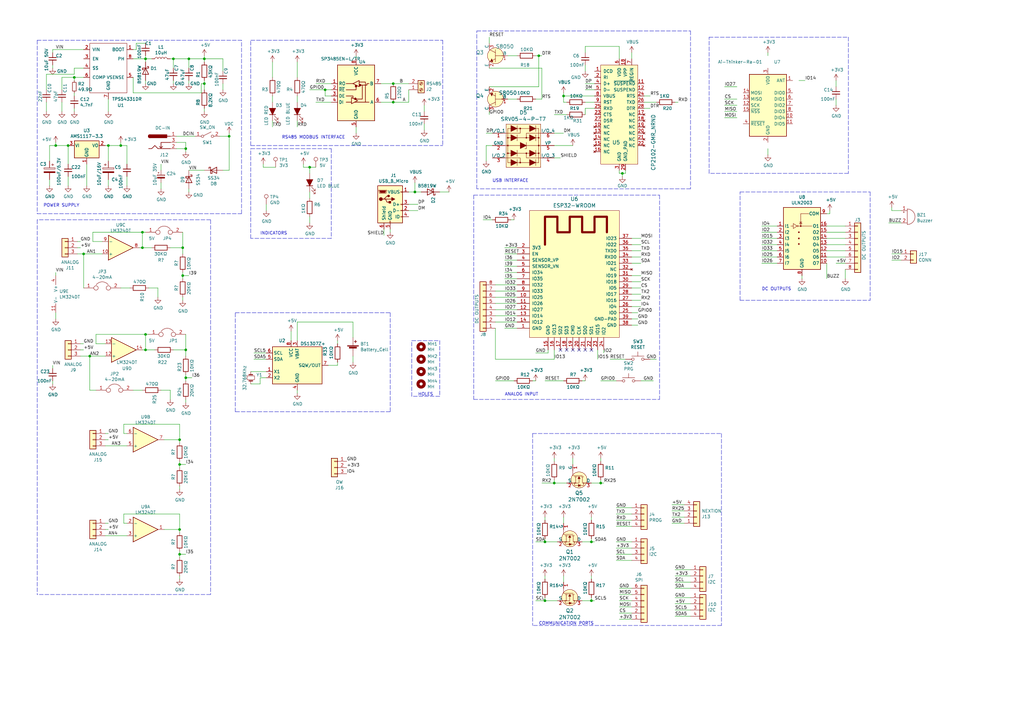
<source format=kicad_sch>
(kicad_sch (version 20211123) (generator eeschema)
  (paper "A3")
  (title_block (title "FRIOTONIC V-0.1") (date "2020-08-02") (company "IOTRONIC") (comment 1 "ESTEBAN CORREDOR") (comment 2 "DOENEC@GMAIL.COM") (comment 3 "ESP12E") (comment 4 "http://www.iotronic.io"))
  (junction (at 220.98 22.86))
  (junction (at 73.66 190.5))
  (junction (at 73.66 217.17))
  (junction (at 44.45 59.69))
  (junction (at 76.2 60.96))
  (junction (at 133.35 36.83))
  (junction (at 170.18 78.74))
  (junction (at 255.27 71.12))
  (junction (at 49.53 59.69))
  (junction (at 71.12 24.13))
  (junction (at 58.42 95.25))
  (junction (at 223.52 222.25))
  (junction (at 246.38 198.12))
  (junction (at 74.93 101.6))
  (junction (at 83.82 34.29))
  (junction (at 73.66 180.34))
  (junction (at 76.2 143.51))
  (junction (at 73.66 227.33))
  (junction (at 22.86 59.69))
  (junction (at 59.69 24.13))
  (junction (at 36.83 146.05))
  (junction (at 83.82 24.13))
  (junction (at 161.29 41.91))
  (junction (at 223.52 246.38))
  (junction (at 93.98 55.88))
  (junction (at 77.47 24.13))
  (junction (at 30.48 31.75))
  (junction (at 27.94 59.69))
  (junction (at 58.42 101.6))
  (junction (at 59.69 143.51))
  (junction (at 227.33 198.12))
  (junction (at 231.14 39.37))
  (junction (at 242.57 222.25))
  (junction (at 127 68.58))
  (junction (at 76.2 154.94))
  (junction (at 242.57 246.38))
  (junction (at 161.29 34.29))
  (junction (at 74.93 113.03))
  (junction (at 34.29 104.14))
  (junction (at 59.69 137.16))
  (no_connect (at 237.49 143.51))
  (no_connect (at 232.41 143.51))
  (no_connect (at 229.87 143.51))
  (no_connect (at 234.95 143.51))
  (no_connect (at 240.03 143.51))
  (no_connect (at 242.57 143.51))
  (wire (pts (xy 43.18 59.69) (xy 44.45 59.69)))
  (wire (pts (xy 111.76 49.53) (xy 111.76 52.07)))
  (wire (pts (xy 312.42 105.41) (xy 318.77 105.41)))
  (wire (pts (xy 77.47 69.85) (xy 83.82 69.85)))
  (wire (pts (xy 135.89 41.91) (xy 129.54 41.91)))
  (wire (pts (xy 44.45 59.69) (xy 44.45 66.04)))
  (wire (pts (xy 73.66 173.99) (xy 73.66 180.34)))
  (wire (pts (xy 52.07 59.69) (xy 52.07 67.31)))
  (wire (pts (xy 76.2 156.21) (xy 76.2 154.94)))
  (wire (pts (xy 240.03 36.83) (xy 243.84 36.83)))
  (wire (pts (xy 210.82 90.17) (xy 209.55 90.17)))
  (wire (pts (xy 328.93 114.3) (xy 328.93 113.03)))
  (wire (pts (xy 82.55 34.29) (xy 83.82 34.29)))
  (wire (pts (xy 30.48 30.48) (xy 19.05 30.48)))
  (wire (pts (xy 167.64 36.83) (xy 167.64 41.91)))
  (wire (pts (xy 36.83 146.05) (xy 43.18 146.05)))
  (wire (pts (xy 156.21 41.91) (xy 161.29 41.91)))
  (wire (pts (xy 62.23 101.6) (xy 58.42 101.6)))
  (wire (pts (xy 161.29 34.29) (xy 156.21 34.29)))
  (wire (pts (xy 43.18 182.88) (xy 52.07 182.88)))
  (wire (pts (xy 69.85 160.02) (xy 66.04 160.02)))
  (wire (pts (xy 60.96 137.16) (xy 59.69 137.16)))
  (wire (pts (xy 127 68.58) (xy 129.54 68.58)))
  (wire (pts (xy 90.17 55.88) (xy 93.98 55.88)))
  (wire (pts (xy 76.2 58.42) (xy 76.2 60.96)))
  (wire (pts (xy 231.14 41.91) (xy 231.14 39.37)))
  (polyline (pts (xy 180.34 139.7) (xy 180.34 162.56)))
  (wire (pts (xy 252.73 215.9) (xy 259.08 215.9)))
  (wire (pts (xy 243.84 41.91) (xy 240.03 41.91)))
  (wire (pts (xy 124.46 68.58) (xy 124.46 67.31)))
  (polyline (pts (xy 102.87 60.96) (xy 135.89 60.96)))
  (wire (pts (xy 34.29 27.94) (xy 30.48 27.94)))
  (wire (pts (xy 283.21 247.65) (xy 276.86 247.65)))
  (wire (pts (xy 160.02 95.25) (xy 160.02 93.98)))
  (polyline (pts (xy 99.06 87.63) (xy 99.06 16.51)))
  (wire (pts (xy 318.77 107.95) (xy 312.42 107.95)))
  (wire (pts (xy 212.09 134.62) (xy 207.01 134.62)))
  (wire (pts (xy 21.59 151.13) (xy 21.59 149.86)))
  (wire (pts (xy 212.09 106.68) (xy 207.01 106.68)))
  (wire (pts (xy 39.37 140.97) (xy 39.37 137.16)))
  (wire (pts (xy 262.89 107.95) (xy 259.08 107.95)))
  (wire (pts (xy 52.07 177.8) (xy 50.8 177.8)))
  (wire (pts (xy 73.66 200.66) (xy 73.66 199.39)))
  (wire (pts (xy 203.2 132.08) (xy 212.09 132.08)))
  (wire (pts (xy 243.84 246.38) (xy 242.57 246.38)))
  (wire (pts (xy 234.95 187.96) (xy 234.95 190.5)))
  (wire (pts (xy 200.66 35.56) (xy 220.98 35.56)))
  (wire (pts (xy 109.22 144.78) (xy 104.14 144.78)))
  (wire (pts (xy 72.39 60.96) (xy 76.2 60.96)))
  (wire (pts (xy 49.53 59.69) (xy 52.07 59.69)))
  (wire (pts (xy 76.2 137.16) (xy 76.2 143.51)))
  (wire (pts (xy 22.86 113.03) (xy 22.86 111.76)))
  (wire (pts (xy 342.9 43.18) (xy 342.9 40.64)))
  (wire (pts (xy 224.79 144.78) (xy 224.79 143.51)))
  (wire (pts (xy 59.69 137.16) (xy 59.69 143.51)))
  (wire (pts (xy 207.01 114.3) (xy 212.09 114.3)))
  (wire (pts (xy 280.67 209.55) (xy 275.59 209.55)))
  (wire (pts (xy 78.74 154.94) (xy 76.2 154.94)))
  (wire (pts (xy 228.6 222.25) (xy 223.52 222.25)))
  (wire (pts (xy 242.57 237.49) (xy 242.57 236.22)))
  (wire (pts (xy 146.05 22.86) (xy 146.05 24.13)))
  (wire (pts (xy 22.86 59.69) (xy 20.32 59.69)))
  (wire (pts (xy 312.42 92.71) (xy 318.77 92.71)))
  (wire (pts (xy 58.42 95.25) (xy 38.1 95.25)))
  (wire (pts (xy 200.66 46.99) (xy 200.66 45.72)))
  (wire (pts (xy 73.66 226.06) (xy 73.66 227.33)))
  (wire (pts (xy 34.29 140.97) (xy 33.02 140.97)))
  (wire (pts (xy 22.86 130.81) (xy 22.86 128.27)))
  (wire (pts (xy 227.33 147.32) (xy 227.33 143.51)))
  (wire (pts (xy 203.2 129.54) (xy 212.09 129.54)))
  (wire (pts (xy 220.98 35.56) (xy 220.98 22.86)))
  (wire (pts (xy 74.93 114.3) (xy 74.93 113.03)))
  (wire (pts (xy 27.94 76.2) (xy 27.94 72.39)))
  (wire (pts (xy 157.48 96.52) (xy 157.48 93.98)))
  (wire (pts (xy 44.45 217.17) (xy 43.18 217.17)))
  (wire (pts (xy 93.98 69.85) (xy 91.44 69.85)))
  (wire (pts (xy 69.85 101.6) (xy 74.93 101.6)))
  (wire (pts (xy 222.25 22.86) (xy 220.98 22.86)))
  (wire (pts (xy 77.47 78.74) (xy 77.47 77.47)))
  (wire (pts (xy 276.86 238.76) (xy 283.21 238.76)))
  (wire (pts (xy 119.38 135.89) (xy 119.38 139.7)))
  (polyline (pts (xy 180.34 162.56) (xy 168.91 162.56)))
  (wire (pts (xy 252.73 227.33) (xy 259.08 227.33)))
  (wire (pts (xy 74.93 111.76) (xy 74.93 113.03)))
  (wire (pts (xy 44.45 180.34) (xy 43.18 180.34)))
  (wire (pts (xy 242.57 222.25) (xy 238.76 222.25)))
  (wire (pts (xy 255.27 71.12) (xy 254 71.12)))
  (wire (pts (xy 365.76 86.36) (xy 369.57 86.36)))
  (polyline (pts (xy 102.87 59.69) (xy 181.61 59.69)))
  (wire (pts (xy 297.18 48.26) (xy 302.26 48.26)))
  (wire (pts (xy 203.2 147.32) (xy 227.33 147.32)))
  (wire (pts (xy 342.9 107.95) (xy 346.71 107.95)))
  (wire (pts (xy 280.67 214.63) (xy 275.59 214.63)))
  (wire (pts (xy 170.18 78.74) (xy 172.72 78.74)))
  (wire (pts (xy 203.2 119.38) (xy 212.09 119.38)))
  (wire (pts (xy 121.92 39.37) (xy 121.92 41.91)))
  (polyline (pts (xy 86.36 90.17) (xy 15.24 90.17)))
  (wire (pts (xy 259.08 243.84) (xy 254 243.84)))
  (wire (pts (xy 121.92 132.08) (xy 144.78 132.08)))
  (wire (pts (xy 83.82 24.13) (xy 83.82 22.86)))
  (wire (pts (xy 242.57 246.38) (xy 238.76 246.38)))
  (wire (pts (xy 346.71 92.71) (xy 339.09 92.71)))
  (wire (pts (xy 243.84 44.45) (xy 240.03 44.45)))
  (wire (pts (xy 212.09 22.86) (xy 208.28 22.86)))
  (wire (pts (xy 254 248.92) (xy 259.08 248.92)))
  (wire (pts (xy 54.61 24.13) (xy 59.69 24.13)))
  (wire (pts (xy 247.65 198.12) (xy 246.38 198.12)))
  (wire (pts (xy 59.69 17.78) (xy 55.88 17.78)))
  (wire (pts (xy 76.2 165.1) (xy 76.2 163.83)))
  (wire (pts (xy 83.82 33.02) (xy 83.82 34.29)))
  (wire (pts (xy 312.42 100.33) (xy 318.77 100.33)))
  (wire (pts (xy 127 78.74) (xy 127 81.28)))
  (wire (pts (xy 59.69 25.4) (xy 59.69 24.13)))
  (polyline (pts (xy 160.02 168.91) (xy 96.52 168.91)))
  (polyline (pts (xy 135.89 97.79) (xy 102.87 97.79)))
  (wire (pts (xy 30.48 45.72) (xy 30.48 44.45)))
  (wire (pts (xy 44.45 59.69) (xy 49.53 59.69)))
  (wire (pts (xy 302.26 40.64) (xy 297.18 40.64)))
  (wire (pts (xy 21.59 26.67) (xy 21.59 27.94)))
  (wire (pts (xy 219.71 156.21) (xy 218.44 156.21)))
  (wire (pts (xy 50.8 210.82) (xy 73.66 210.82)))
  (wire (pts (xy 20.32 76.2) (xy 20.32 73.66)))
  (wire (pts (xy 297.18 43.18) (xy 302.26 43.18)))
  (wire (pts (xy 312.42 102.87) (xy 318.77 102.87)))
  (polyline (pts (xy 15.24 16.51) (xy 99.06 16.51)))
  (polyline (pts (xy 347.98 71.12) (xy 290.83 71.12)))
  (polyline (pts (xy 303.53 123.19) (xy 356.87 123.19)))
  (wire (pts (xy 227.33 59.69) (xy 234.95 59.69)))
  (wire (pts (xy 71.12 143.51) (xy 76.2 143.51)))
  (polyline (pts (xy 194.31 80.01) (xy 270.51 80.01)))
  (wire (pts (xy 275.59 212.09) (xy 280.67 212.09)))
  (wire (pts (xy 167.64 34.29) (xy 161.29 34.29)))
  (wire (pts (xy 138.43 139.7) (xy 138.43 140.97)))
  (wire (pts (xy 243.84 222.25) (xy 242.57 222.25)))
  (wire (pts (xy 207.01 104.14) (xy 212.09 104.14)))
  (wire (pts (xy 200.66 15.24) (xy 200.66 17.78)))
  (wire (pts (xy 55.88 17.78) (xy 55.88 20.32)))
  (polyline (pts (xy 290.83 15.24) (xy 347.98 15.24)))
  (wire (pts (xy 254 19.05) (xy 254 24.13)))
  (wire (pts (xy 254 71.12) (xy 254 69.85)))
  (wire (pts (xy 83.82 45.72) (xy 83.82 44.45)))
  (polyline (pts (xy 195.58 12.7) (xy 283.21 12.7)))
  (wire (pts (xy 231.14 39.37) (xy 243.84 39.37)))
  (wire (pts (xy 231.14 212.09) (xy 231.14 214.63)))
  (wire (pts (xy 247.65 144.78) (xy 247.65 143.51)))
  (wire (pts (xy 109.22 152.4) (xy 102.87 152.4)))
  (wire (pts (xy 74.93 104.14) (xy 74.93 101.6)))
  (wire (pts (xy 73.66 237.49) (xy 73.66 236.22)))
  (wire (pts (xy 58.42 101.6) (xy 57.15 101.6)))
  (wire (pts (xy 44.45 177.8) (xy 43.18 177.8)))
  (wire (pts (xy 238.76 156.21) (xy 240.03 156.21)))
  (wire (pts (xy 127 36.83) (xy 133.35 36.83)))
  (wire (pts (xy 43.18 140.97) (xy 39.37 140.97)))
  (wire (pts (xy 222.25 40.64) (xy 219.71 40.64)))
  (wire (pts (xy 135.89 36.83) (xy 133.35 36.83)))
  (wire (pts (xy 219.71 222.25) (xy 223.52 222.25)))
  (wire (pts (xy 365.76 85.09) (xy 365.76 86.36)))
  (wire (pts (xy 342.9 35.56) (xy 342.9 33.02)))
  (wire (pts (xy 106.68 154.94) (xy 109.22 154.94)))
  (polyline (pts (xy 86.36 90.17) (xy 86.36 243.84)))
  (wire (pts (xy 276.86 250.19) (xy 283.21 250.19)))
  (wire (pts (xy 22.86 59.69) (xy 27.94 59.69)))
  (wire (pts (xy 111.76 39.37) (xy 111.76 41.91)))
  (wire (pts (xy 259.08 213.36) (xy 252.73 213.36)))
  (wire (pts (xy 82.55 38.1) (xy 82.55 34.29)))
  (wire (pts (xy 111.76 25.4) (xy 111.76 31.75)))
  (wire (pts (xy 242.57 220.98) (xy 242.57 222.25)))
  (wire (pts (xy 31.75 104.14) (xy 34.29 104.14)))
  (wire (pts (xy 231.14 156.21) (xy 223.52 156.21)))
  (wire (pts (xy 340.36 86.36) (xy 340.36 87.63)))
  (wire (pts (xy 73.66 218.44) (xy 73.66 217.17)))
  (wire (pts (xy 259.08 24.13) (xy 259.08 21.59)))
  (wire (pts (xy 59.69 33.02) (xy 59.69 34.29)))
  (wire (pts (xy 302.26 45.72) (xy 297.18 45.72)))
  (wire (pts (xy 36.83 160.02) (xy 36.83 146.05)))
  (wire (pts (xy 34.29 118.11) (xy 34.29 104.14)))
  (wire (pts (xy 252.73 210.82) (xy 259.08 210.82)))
  (wire (pts (xy 262.89 123.19) (xy 259.08 123.19)))
  (wire (pts (xy 266.7 39.37) (xy 264.16 39.37)))
  (wire (pts (xy 107.95 68.58) (xy 107.95 67.31)))
  (wire (pts (xy 102.87 157.48) (xy 106.68 157.48)))
  (wire (pts (xy 250.19 147.32) (xy 256.54 147.32)))
  (wire (pts (xy 223.52 222.25) (xy 223.52 220.98)))
  (wire (pts (xy 246.38 189.23) (xy 246.38 187.96)))
  (wire (pts (xy 223.52 246.38) (xy 223.52 245.11)))
  (wire (pts (xy 252.73 156.21) (xy 246.38 156.21)))
  (wire (pts (xy 203.2 116.84) (xy 212.09 116.84)))
  (wire (pts (xy 231.14 54.61) (xy 227.33 54.61)))
  (wire (pts (xy 339.09 114.3) (xy 339.09 107.95)))
  (wire (pts (xy 276.86 41.91) (xy 278.13 41.91)))
  (wire (pts (xy 71.12 34.29) (xy 71.12 33.02)))
  (wire (pts (xy 330.2 33.02) (xy 327.66 33.02)))
  (wire (pts (xy 346.71 97.79) (xy 339.09 97.79)))
  (wire (pts (xy 69.85 163.83) (xy 69.85 160.02)))
  (wire (pts (xy 266.7 44.45) (xy 264.16 44.45)))
  (wire (pts (xy 34.29 20.32) (xy 21.59 20.32)))
  (polyline (pts (xy 168.91 162.56) (xy 168.91 139.7)))
  (wire (pts (xy 167.64 86.36) (xy 171.45 86.36)))
  (wire (pts (xy 171.45 83.82) (xy 167.64 83.82)))
  (wire (pts (xy 228.6 246.38) (xy 223.52 246.38)))
  (wire (pts (xy 77.47 27.94) (xy 77.47 24.13)))
  (wire (pts (xy 52.07 76.2) (xy 52.07 72.39)))
  (wire (pts (xy 259.08 105.41) (xy 262.89 105.41)))
  (wire (pts (xy 34.29 143.51) (xy 33.02 143.51)))
  (wire (pts (xy 72.39 58.42) (xy 76.2 58.42)))
  (wire (pts (xy 261.62 130.81) (xy 259.08 130.81)))
  (wire (pts (xy 262.89 100.33) (xy 259.08 100.33)))
  (wire (pts (xy 76.2 146.05) (xy 76.2 143.51)))
  (wire (pts (xy 203.2 127) (xy 212.09 127)))
  (wire (pts (xy 259.08 222.25) (xy 252.73 222.25)))
  (wire (pts (xy 27.94 59.69) (xy 27.94 67.31)))
  (wire (pts (xy 74.93 95.25) (xy 74.93 101.6)))
  (polyline (pts (xy 356.87 78.74) (xy 356.87 123.19)))
  (wire (pts (xy 340.36 87.63) (xy 339.09 87.63)))
  (wire (pts (xy 135.89 34.29) (xy 129.54 34.29)))
  (wire (pts (xy 73.66 210.82) (xy 73.66 217.17)))
  (wire (pts (xy 364.49 91.44) (xy 369.57 91.44)))
  (wire (pts (xy 232.41 198.12) (xy 227.33 198.12)))
  (wire (pts (xy 256.54 69.85) (xy 256.54 71.12)))
  (wire (pts (xy 50.8 173.99) (xy 73.66 173.99)))
  (wire (pts (xy 245.11 147.32) (xy 245.11 143.51)))
  (wire (pts (xy 223.52 237.49) (xy 223.52 236.22)))
  (wire (pts (xy 77.47 33.02) (xy 77.47 34.29)))
  (wire (pts (xy 30.48 27.94) (xy 30.48 30.48)))
  (wire (pts (xy 49.53 58.42) (xy 49.53 59.69)))
  (wire (pts (xy 199.39 59.69) (xy 201.93 59.69)))
  (wire (pts (xy 262.89 113.03) (xy 259.08 113.03)))
  (polyline (pts (xy 283.21 12.7) (xy 283.21 77.47)))
  (wire (pts (xy 219.71 144.78) (xy 224.79 144.78)))
  (wire (pts (xy 43.18 219.71) (xy 52.07 219.71)))
  (wire (pts (xy 240.03 21.59) (xy 240.03 19.05)))
  (polyline (pts (xy 194.31 80.01) (xy 194.31 163.83)))
  (wire (pts (xy 55.88 20.32) (xy 54.61 20.32)))
  (wire (pts (xy 283.21 245.11) (xy 276.86 245.11)))
  (wire (pts (xy 240.03 26.67) (xy 240.03 29.21)))
  (polyline (pts (xy 168.91 139.7) (xy 180.34 139.7)))
  (wire (pts (xy 121.92 49.53) (xy 121.92 52.07)))
  (wire (pts (xy 71.12 24.13) (xy 69.85 24.13)))
  (wire (pts (xy 74.93 123.19) (xy 74.93 121.92)))
  (wire (pts (xy 231.14 38.1) (xy 231.14 39.37)))
  (wire (pts (xy 83.82 25.4) (xy 83.82 24.13)))
  (wire (pts (xy 121.92 161.29) (xy 121.92 160.02)))
  (wire (pts (xy 275.59 207.01) (xy 280.67 207.01)))
  (wire (pts (xy 346.71 102.87) (xy 339.09 102.87)))
  (wire (pts (xy 19.05 30.48) (xy 19.05 36.83)))
  (wire (pts (xy 50.8 214.63) (xy 50.8 210.82)))
  (wire (pts (xy 59.69 24.13) (xy 62.23 24.13)))
  (wire (pts (xy 173.99 45.72) (xy 173.99 43.18)))
  (polyline (pts (xy 181.61 16.51) (xy 181.61 59.69)))
  (polyline (pts (xy 270.51 80.01) (xy 270.51 163.83)))
  (wire (pts (xy 242.57 245.11) (xy 242.57 246.38)))
  (wire (pts (xy 314.96 21.59) (xy 314.96 22.86)))
  (wire (pts (xy 71.12 24.13) (xy 77.47 24.13)))
  (wire (pts (xy 262.89 102.87) (xy 259.08 102.87)))
  (wire (pts (xy 106.68 157.48) (xy 106.68 154.94)))
  (wire (pts (xy 199.39 54.61) (xy 201.93 54.61)))
  (polyline (pts (xy 295.91 177.8) (xy 295.91 256.54)))
  (wire (pts (xy 133.35 39.37) (xy 135.89 39.37)))
  (wire (pts (xy 76.2 227.33) (xy 73.66 227.33)))
  (wire (pts (xy 207.01 101.6) (xy 212.09 101.6)))
  (wire (pts (xy 44.45 76.2) (xy 44.45 73.66)))
  (wire (pts (xy 180.34 78.74) (xy 184.15 78.74)))
  (wire (pts (xy 203.2 134.62) (xy 203.2 147.32)))
  (wire (pts (xy 54.61 31.75) (xy 54.61 38.1)))
  (wire (pts (xy 52.07 214.63) (xy 50.8 214.63)))
  (wire (pts (xy 227.33 189.23) (xy 227.33 187.96)))
  (polyline (pts (xy 102.87 16.51) (xy 181.61 16.51)))
  (wire (pts (xy 259.08 224.79) (xy 252.73 224.79)))
  (wire (pts (xy 138.43 148.59) (xy 138.43 149.86)))
  (wire (pts (xy 22.86 58.42) (xy 22.86 59.69)))
  (wire (pts (xy 59.69 143.51) (xy 58.42 143.51)))
  (wire (pts (xy 44.45 45.72) (xy 44.45 40.64)))
  (wire (pts (xy 283.21 233.68) (xy 276.86 233.68)))
  (wire (pts (xy 254 241.3) (xy 259.08 241.3)))
  (wire (pts (xy 77.47 113.03) (xy 74.93 113.03)))
  (wire (pts (xy 254 246.38) (xy 259.08 246.38)))
  (wire (pts (xy 262.89 120.65) (xy 259.08 120.65)))
  (wire (pts (xy 121.92 25.4) (xy 121.92 31.75)))
  (wire (pts (xy 262.89 97.79) (xy 259.08 97.79)))
  (wire (pts (xy 33.02 146.05) (xy 36.83 146.05)))
  (wire (pts (xy 223.52 213.36) (xy 223.52 212.09)))
  (wire (pts (xy 58.42 95.25) (xy 58.42 101.6)))
  (polyline (pts (xy 347.98 15.24) (xy 347.98 71.12)))
  (wire (pts (xy 346.71 114.3) (xy 346.71 110.49)))
  (polyline (pts (xy 96.52 168.91) (xy 96.52 128.27)))
  (wire (pts (xy 173.99 53.34) (xy 173.99 50.8)))
  (wire (pts (xy 220.98 22.86) (xy 219.71 22.86)))
  (wire (pts (xy 127 68.58) (xy 124.46 68.58)))
  (wire (pts (xy 25.4 45.72) (xy 25.4 41.91)))
  (wire (pts (xy 30.48 38.1) (xy 30.48 39.37)))
  (wire (pts (xy 222.25 27.94) (xy 222.25 40.64)))
  (wire (pts (xy 229.87 64.77) (xy 227.33 64.77)))
  (wire (pts (xy 39.37 137.16) (xy 59.69 137.16)))
  (wire (pts (xy 83.82 24.13) (xy 91.44 24.13)))
  (wire (pts (xy 232.41 41.91) (xy 231.14 41.91)))
  (wire (pts (xy 76.2 153.67) (xy 76.2 154.94)))
  (wire (pts (xy 66.04 77.47) (xy 66.04 74.93)))
  (polyline (pts (xy 15.24 16.51) (xy 15.24 87.63)))
  (wire (pts (xy 212.09 111.76) (xy 207.01 111.76)))
  (wire (pts (xy 264.16 41.91) (xy 269.24 41.91)))
  (wire (pts (xy 243.84 34.29) (xy 240.03 34.29)))
  (wire (pts (xy 259.08 229.87) (xy 252.73 229.87)))
  (wire (pts (xy 199.39 59.69) (xy 199.39 66.04)))
  (wire (pts (xy 59.69 22.86) (xy 59.69 24.13)))
  (polyline (pts (xy 195.58 77.47) (xy 195.58 12.7)))
  (wire (pts (xy 240.03 19.05) (xy 254 19.05)))
  (polyline (pts (xy 15.24 87.63) (xy 99.06 87.63)))
  (polyline (pts (xy 303.53 123.19) (xy 303.53 78.74)))
  (wire (pts (xy 73.66 191.77) (xy 73.66 190.5)))
  (polyline (pts (xy 102.87 97.79) (xy 102.87 60.96)))
  (wire (pts (xy 227.33 46.99) (xy 232.41 46.99)))
  (wire (pts (xy 369.57 104.14) (xy 365.76 104.14)))
  (wire (pts (xy 266.7 147.32) (xy 269.24 147.32)))
  (wire (pts (xy 104.14 147.32) (xy 109.22 147.32)))
  (wire (pts (xy 242.57 213.36) (xy 242.57 212.09)))
  (polyline (pts (xy 283.21 77.47) (xy 195.58 77.47)))
  (wire (pts (xy 35.56 76.2) (xy 35.56 67.31)))
  (wire (pts (xy 73.66 189.23) (xy 73.66 190.5)))
  (polyline (pts (xy 96.52 128.27) (xy 160.02 128.27)))
  (wire (pts (xy 83.82 34.29) (xy 83.82 36.83)))
  (wire (pts (xy 54.61 38.1) (xy 82.55 38.1)))
  (polyline (pts (xy 194.31 163.83) (xy 270.51 163.83)))
  (wire (pts (xy 259.08 208.28) (xy 252.73 208.28)))
  (wire (pts (xy 198.12 90.17) (xy 201.93 90.17)))
  (wire (pts (xy 44.45 214.63) (xy 43.18 214.63)))
  (wire (pts (xy 222.25 198.12) (xy 227.33 198.12)))
  (wire (pts (xy 259.08 251.46) (xy 254 251.46)))
  (wire (pts (xy 302.26 35.56) (xy 297.18 35.56)))
  (wire (pts (xy 72.39 55.88) (xy 80.01 55.88)))
  (wire (pts (xy 210.82 156.21) (xy 203.2 156.21)))
  (wire (pts (xy 146.05 52.07) (xy 146.05 54.61)))
  (wire (pts (xy 167.64 41.91) (xy 161.29 41.91)))
  (wire (pts (xy 30.48 31.75) (xy 25.4 31.75)))
  (wire (pts (xy 127 68.58) (xy 127 71.12)))
  (wire (pts (xy 53.34 118.11) (xy 49.53 118.11)))
  (wire (pts (xy 109.22 83.82) (xy 109.22 86.36)))
  (wire (pts (xy 133.35 36.83) (xy 133.35 39.37)))
  (polyline (pts (xy 86.36 243.84) (xy 15.24 243.84)))
  (wire (pts (xy 200.66 27.94) (xy 222.25 27.94)))
  (wire (pts (xy 121.92 132.08) (xy 121.92 139.7)))
  (wire (pts (xy 203.2 124.46) (xy 212.09 124.46)))
  (wire (pts (xy 107.95 68.58) (xy 113.03 68.58)))
  (wire (pts (xy 76.2 190.5) (xy 73.66 190.5)))
  (wire (pts (xy 127 88.9) (xy 127 91.44)))
  (wire (pts (xy 219.71 246.38) (xy 223.52 246.38)))
  (wire (pts (xy 64.77 118.11) (xy 60.96 118.11)))
  (wire (pts (xy 73.66 217.17) (xy 67.31 217.17)))
  (wire (pts (xy 339.09 95.25) (xy 346.71 95.25)))
  (wire (pts (xy 240.03 44.45) (xy 240.03 46.99)))
  (wire (pts (xy 267.97 156.21) (xy 262.89 156.21)))
  (wire (pts (xy 144.78 132.08) (xy 144.78 138.43)))
  (polyline (pts (xy 295.91 256.54) (xy 218.44 256.54)))
  (wire (pts (xy 91.44 36.83) (xy 91.44 34.29)))
  (wire (pts (xy 203.2 121.92) (xy 212.09 121.92)))
  (wire (pts (xy 256.54 71.12) (xy 255.27 71.12)))
  (wire (pts (xy 254 254) (xy 259.08 254)))
  (wire (pts (xy 20.32 66.04) (xy 20.32 59.69)))
  (wire (pts (xy 21.59 20.32) (xy 21.59 21.59)))
  (polyline (pts (xy 303.53 78.74) (xy 356.87 78.74)))
  (wire (pts (xy 365.76 106.68) (xy 369.57 106.68)))
  (wire (pts (xy 41.91 99.06) (xy 38.1 99.06)))
  (wire (pts (xy 63.5 143.51) (xy 59.69 143.51)))
  (wire (pts (xy 231.14 236.22) (xy 231.14 238.76)))
  (wire (pts (xy 21.59 157.48) (xy 21.59 156.21)))
  (polyline (pts (xy 15.24 90.17) (xy 15.24 243.84)))
  (wire (pts (xy 59.69 95.25) (xy 58.42 95.25)))
  (wire (pts (xy 39.37 160.02) (xy 36.83 160.02)))
  (wire (pts (xy 227.33 198.12) (xy 227.33 196.85)))
  (wire (pts (xy 261.62 133.35) (xy 259.08 133.35)))
  (wire (pts (xy 261.62 128.27) (xy 259.08 128.27)))
  (wire (pts (xy 167.64 78.74) (xy 170.18 78.74)))
  (wire (pts (xy 64.77 121.92) (xy 64.77 118.11)))
  (wire (pts (xy 77.47 24.13) (xy 83.82 24.13)))
  (wire (pts (xy 144.78 148.59) (xy 144.78 146.05)))
  (wire (pts (xy 318.77 95.25) (xy 312.42 95.25)))
  (polyline (pts (xy 102.87 59.69) (xy 102.87 16.51)))
  (polyline (pts (xy 160.02 128.27) (xy 160.02 168.91)))
  (wire (pts (xy 246.38 198.12) (xy 242.57 198.12)))
  (wire (pts (xy 212.09 40.64) (xy 208.28 40.64)))
  (wire (pts (xy 34.29 31.75) (xy 30.48 31.75)))
  (wire (pts (xy 58.42 160.02) (xy 54.61 160.02)))
  (wire (pts (xy 262.89 118.11) (xy 259.08 118.11)))
  (wire (pts (xy 33.02 99.06) (xy 31.75 99.06)))
  (wire (pts (xy 76.2 60.96) (xy 76.2 62.23)))
  (wire (pts (xy 73.66 180.34) (xy 67.31 180.34)))
  (wire (pts (xy 73.66 181.61) (xy 73.66 180.34)))
  (wire (pts (xy 34.29 104.14) (xy 41.91 104.14)))
  (wire (pts (xy 283.21 236.22) (xy 276.86 236.22)))
  (wire (pts (xy 339.09 100.33) (xy 346.71 100.33)))
  (wire (pts (xy 283.21 241.3) (xy 276.86 241.3)))
  (polyline (pts (xy 135.89 60.96) (xy 135.89 97.79)))
  (wire (pts (xy 91.44 24.13) (xy 91.44 29.21)))
  (polyline (pts (xy 218.44 177.8) (xy 295.91 177.8)))
  (wire (pts (xy 314.96 63.5) (xy 314.96 60.96)))
  (wire (pts (xy 138.43 149.86) (xy 134.62 149.86)))
  (wire (pts (xy 339.09 105.41) (xy 346.71 105.41)))
  (wire (pts (xy 71.12 27.94) (xy 71.12 24.13)))
  (wire (pts (xy 73.66 228.6) (xy 73.66 227.33)))
  (wire (pts (xy 255.27 72.39) (xy 255.27 71.12)))
  (wire (pts (xy 50.8 177.8) (xy 50.8 173.99)))
  (wire (pts (xy 93.98 55.88) (xy 93.98 54.61)))
  (wire (pts (xy 19.05 45.72) (xy 19.05 41.91)))
  (wire (pts (xy 262.89 125.73) (xy 259.08 125.73)))
  (wire (pts (xy 207.01 109.22) (xy 212.09 109.22)))
  (wire (pts (xy 66.04 67.31) (xy 66.04 69.85)))
  (wire (pts (xy 259.08 115.57) (xy 262.89 115.57)))
  (wire (pts (xy 25.4 31.75) (xy 25.4 36.83)))
  (wire (pts (xy 30.48 31.75) (xy 30.48 33.02)))
  (wire (pts (xy 38.1 99.06) (xy 38.1 95.25)))
  (polyline (pts (xy 290.83 71.12) (xy 290.83 15.24)))
  (wire (pts (xy 312.42 97.79) (xy 318.77 97.79)))
  (wire (pts (xy 246.38 196.85) (xy 246.38 198.12)))
  (wire (pts (xy 170.18 74.93) (xy 170.18 78.74)))
  (wire (pts (xy 93.98 55.88) (xy 93.98 69.85)))
  (wire (pts (xy 283.21 252.73) (xy 276.86 252.73)))
  (wire (pts (xy 33.02 101.6) (xy 31.75 101.6)))
  (polyline (pts (xy 218.44 177.8) (xy 218.44 256.54)))
  (text "COMMUNICATION PORTS" (at 220.98 256.54 0) (effects (font (size 1.27 1.27)) (justify left bottom)))
  (text "INDICATORS" (at 106.68 96.52 0) (effects (font (size 1.27 1.27)) (justify left bottom)))
  (text "ANALOG INPUT" (at 207.01 162.56 0) (effects (font (size 1.27 1.27)) (justify left bottom)))
  (text "RS485 MODBUS INTERFACE" (at 115.57 57.15 0) (effects (font (size 1.27 1.27)) (justify left bottom)))
  (text "POWER SUPPLY" (at 17.78 85.09 0) (effects (font (size 1.27 1.27)) (justify left bottom)))
  (text "HOLES" (at 171.45 162.56 0) (effects (font (size 1.27 1.27)) (justify left bottom)))
  (text "DC OUTPUTS" (at 312.42 119.38 0) (effects (font (size 1.27 1.27)) (justify left bottom)))
  (text "USB INTERFACE" (at 201.93 74.93 0) (effects (font (size 1.27 1.27)) (justify left bottom)))
  (label "B" (at 163.83 34.29 0))
  (label "GND" (at 252.73 208.28 0))
  (label "SCK" (at 254 246.38 0))
  (label "AN3" (at 45.72 182.88 0))
  (label "DM" (at 231.14 54.61 0))
  (label "GND" (at 44.45 214.63 0))
  (label "RX25" (at 247.65 198.12 0))
  (label "I34" (at 76.2 190.5 0))
  (label "RX25" (at 275.59 209.55 0))
  (label "GND" (at 276.86 233.68 0))
  (label "GND" (at 252.73 222.25 0))
  (label "SDA" (at 262.89 107.95 0))
  (label "IO32" (at 312.42 100.33 0))
  (label "IO26" (at 207.01 124.46 0))
  (label "AN4" (at 44.45 219.71 0))
  (label "TX2" (at 275.59 212.09 0))
  (label "RXD" (at 262.89 105.41 0))
  (label "RXD" (at 129.54 34.29 0))
  (label "MISO" (at 262.89 113.03 0))
  (label "VIN" (at 22.86 20.32 0))
  (label "RESET" (at 223.52 156.21 0))
  (label "TXD" (at 252.73 210.82 0))
  (label "GPIO0" (at 127 36.83 0))
  (label "DP" (at 199.39 54.61 0))
  (label "+5V" (at 44.45 180.34 0))
  (label "IO33" (at 312.42 102.87 0))
  (label "CS" (at 262.89 118.11 0))
  (label "DTR" (at 222.25 22.86 0))
  (label "I39" (at 77.47 113.03 0))
  (label "IO27" (at 207.01 127 0))
  (label "+3V3" (at 207.01 101.6 0))
  (label "SCK" (at 297.18 43.18 0))
  (label "MISO" (at 254 243.84 0))
  (label "AN1" (at 35.56 104.14 0))
  (label "SCL5" (at 104.14 144.78 0))
  (label "GND" (at 34.29 140.97 0))
  (label "RTS" (at 222.25 40.64 0))
  (label "IO2" (at 312.42 95.25 0))
  (label "VIN" (at 66.04 67.31 0))
  (label "+3V3" (at 254 254 0))
  (label "GND" (at 261.62 130.81 0))
  (label "I34" (at 207.01 111.76 0))
  (label "DM" (at 240.03 36.83 0))
  (label "+5V" (at 342.9 107.95 0))
  (label "GPIO0" (at 200.66 46.99 0))
  (label "I35" (at 207.01 114.3 0))
  (label "+5V" (at 34.29 143.51 0))
  (label "IO4" (at 262.89 125.73 0))
  (label "VIN" (at 22.86 111.76 0))
  (label "SDA" (at 252.73 229.87 0))
  (label "GND" (at 219.71 144.78 0))
  (label "RESET" (at 252.73 215.9 0))
  (label "GND" (at 207.01 134.62 0))
  (label "RXD" (at 121.92 52.07 0))
  (label "RXD" (at 278.13 41.91 0))
  (label "TXD" (at 129.54 41.91 0))
  (label "RESET" (at 250.19 147.32 0))
  (label "GPIO0" (at 246.38 156.21 0))
  (label "IO4" (at 312.42 92.71 0))
  (label "IO15" (at 365.76 104.14 0))
  (label "CS" (at 254 251.46 0))
  (label "IO15" (at 312.42 97.79 0))
  (label "MOSI" (at 297.18 48.26 0))
  (label "RESET" (at 200.66 15.24 0))
  (label "SHIELD" (at 229.87 64.77 0))
  (label "IO33" (at 207.01 119.38 0))
  (label "GND" (at 269.24 147.32 180))
  (label "RX2" (at 222.25 198.12 0))
  (label "I39" (at 207.01 109.22 0))
  (label "RTS" (at 266.7 39.37 0))
  (label "MOSI" (at 254 248.92 0))
  (label "SDA" (at 219.71 222.25 0))
  (label "+5V" (at 44.45 217.17 0))
  (label "IO26" (at 312.42 107.95 0))
  (label "IO4" (at 142.24 194.31 0))
  (label "+3V3" (at 252.73 224.79 0))
  (label "SCL" (at 262.89 100.33 0))
  (label "I36" (at 207.01 106.68 0))
  (label "IO15" (at 245.11 147.32 0))
  (label "+5V" (at 275.59 207.01 0))
  (label "IO27" (at 297.18 35.56 0))
  (label "MISO" (at 297.18 45.72 0))
  (label "+3V3" (at 276.86 236.22 0))
  (label "AN2" (at 36.83 146.05 0))
  (label "DCIN" (at 74.93 55.88 0))
  (label "IO14" (at 207.01 129.54 0))
  (label "SCL5" (at 276.86 250.19 0))
  (label "TXD" (at 111.76 52.07 0))
  (label "GND" (at 261.62 133.35 0))
  (label "RXD" (at 252.73 213.36 0))
  (label "IO2" (at 247.65 144.78 0))
  (label "SCL5" (at 243.84 246.38 0))
  (label "TXD" (at 227.33 46.99 0))
  (label "DP" (at 171.45 83.82 0))
  (label "TXD" (at 262.89 102.87 0))
  (label "I36" (at 78.74 154.94 0))
  (label "DM" (at 171.45 86.36 0))
  (label "VIN" (at 77.47 69.85 0))
  (label "SDA5" (at 243.84 222.25 0))
  (label "GND" (at 33.02 99.06 0))
  (label "IO13" (at 227.33 147.32 0))
  (label "IO25" (at 207.01 121.92 0))
  (label "SCK" (at 262.89 115.57 0))
  (label "SCL" (at 219.71 246.38 0))
  (label "IO25" (at 312.42 105.41 0))
  (label "MOSI" (at 262.89 97.79 0))
  (label "GPIO0" (at 261.62 128.27 0))
  (label "IO4" (at 198.12 90.17 0))
  (label "SDA5" (at 276.86 252.73 0))
  (label "CS" (at 297.18 40.64 0))
  (label "DTR" (at 266.7 44.45 0))
  (label "RX2" (at 262.89 123.19 0))
  (label "SCL" (at 276.86 238.76 0))
  (label "TX2" (at 262.89 120.65 0))
  (label "IO2" (at 365.76 106.68 0))
  (label "IO14" (at 330.2 33.02 0))
  (label "RESET" (at 207.01 104.14 0))
  (label "GPIO0" (at 203.2 156.21 0))
  (label "GND" (at 254 241.3 0))
  (label "GND" (at 275.59 214.63 0))
  (label "SHIELD" (at 157.48 96.52 180))
  (label "DP" (at 240.03 34.29 0))
  (label "GND" (at 267.97 156.21 180))
  (label "VIN" (at 21.59 149.86 0))
  (label "SDA5" (at 104.14 147.32 0))
  (label "GND" (at 44.45 177.8 0))
  (label "I35" (at 76.2 227.33 0))
  (label "+3V3" (at 142.24 191.77 0))
  (label "IO12" (at 207.01 132.08 0))
  (label "+5V" (at 276.86 247.65 0))
  (label "BUZZ" (at 364.49 91.44 0))
  (label "+5V" (at 33.02 101.6 0))
  (label "GND" (at 142.24 189.23 0))
  (label "BUZZ" (at 339.09 114.3 0))
  (label "SCL" (at 252.73 227.33 0))
  (label "GND" (at 276.86 245.11 0))
  (label "SDA" (at 276.86 241.3 0))
  (label "A" (at 165.1 41.91 0))
  (label "IO32" (at 207.01 116.84 0))
  (symbol (lib_id "Switch:SW_Push") (at 261.62 147.32 0) (unit 1)
    (property "Reference" "SW3" (at 261.62 140.081 0))
    (property "Value" "RESET" (at 261.62 142.3924 0))
    (property "Footprint" "Buttons_Switches_SMD:SW_SPST_SKQG" (effects hide))
    (property "LCSC-PN" "C318884" (effects hide))
    (property "MPN" "TS-1187A-B-A-B" (effects hide))
    (property "Manufacturer" "XKB Enterprise" (effects hide))
    (property "Silk" "RESET" (effects hide))
  )
  (symbol (lib_id "power:+5V") (at 124.46 67.31 0) (unit 1)
    (property "Reference" "#PWR041" (effects hide))
    (property "Value" "+5V" (at 124.841 62.9158 0))
  )
  (symbol (lib_id "MinitronicV-0.1-rescue:C_Small-device") (at 27.94 69.85 0) (unit 1)
    (property "Reference" "C22" (at 29.21 68.58 0) (effects (justify left)))
    (property "Value" "100nF" (at 29.21 72.39 0) (effects (justify left)))
    (property "Footprint" "Capacitor_SMD:C_0402_1005Metric" (effects hide))
    (property "LCSC-PN" "C1525" (effects hide))
    (property "MPN" "CL05B104KO5NNNC" (effects hide))
    (property "Manufacturer" "YAGEO" (effects hide))
  )
  (symbol (lib_id "power:GND") (at 27.94 76.2 0) (unit 1)
    (property "Reference" "#PWR031" (effects hide))
    (property "Value" "GND" (at 28.067 80.5942 0))
  )
  (symbol (lib_id "power:GND") (at 109.22 86.36 0) (unit 1)
    (property "Reference" "#PWR0101" (effects hide))
    (property "Value" "GND" (at 109.347 90.7542 0))
  )
  (symbol (lib_id "Connector:TestPoint") (at 109.22 83.82 0) (unit 1)
    (property "Reference" "TP4" (at 110.6932 80.772 0) (effects (justify left)))
    (property "Value" "GND" (at 110.6932 83.0834 0) (effects (justify left)))
    (property "Footprint" "TestPoint:TestPoint_Pad_D1.5mm" (effects hide))
    (property "Silk" "GND" (effects hide))
  )
  (symbol (lib_id "Mechanical:MountingHole") (at 172.72 147.32 0) (unit 1)
    (property "Reference" "MH2" (at 175.26 146.1516 0) (effects (justify left)))
    (property "Value" "MH" (at 175.26 148.463 0) (effects (justify left)))
    (property "Footprint" "Mounting_Holes:MountingHole_2.2mm_M2" (effects hide))
  )
  (symbol (lib_id "Mechanical:MountingHole") (at 172.72 152.4 0) (unit 1)
    (property "Reference" "MH3" (at 175.26 151.2316 0) (effects (justify left)))
    (property "Value" "MH" (at 175.26 153.543 0) (effects (justify left)))
    (property "Footprint" "Mounting_Holes:MountingHole_2.2mm_M2" (effects hide))
  )
  (symbol (lib_id "Mechanical:MountingHole") (at 172.72 157.48 0) (unit 1)
    (property "Reference" "MH4" (at 175.26 156.3116 0) (effects (justify left)))
    (property "Value" "MH" (at 175.26 158.623 0) (effects (justify left)))
    (property "Footprint" "Mounting_Holes:MountingHole_2.2mm_M2" (effects hide))
  )
  (symbol (lib_id "Mechanical:MountingHole") (at 172.72 142.24 0) (unit 1)
    (property "Reference" "MH1" (at 175.26 141.0716 0) (effects (justify left)))
    (property "Value" "MH" (at 175.26 143.383 0) (effects (justify left)))
    (property "Footprint" "Mounting_Holes:MountingHole_2.2mm_M2" (effects hide))
  )
  (symbol (lib_id "MinitronicV-0.1-rescue:USB_B_Micro-Connector") (at 160.02 83.82 0) (unit 1)
    (property "Reference" "J1" (at 161.417 71.9582 0))
    (property "Value" "USB_B_Micro" (at 161.417 74.2696 0))
    (property "Footprint" "Connectors_USB:USB_Micro-B_Molex-105017-0001" (effects hide))
    (property "LCSC-PN" "C404969" (effects hide))
    (property "MPN" "MicroXNJ" (effects hide))
    (property "Manufacturer" "SHOU HAN" (effects hide))
  )
  (symbol (lib_id "power:GND") (at 160.02 95.25 0) (unit 1)
    (property "Reference" "#PWR0104" (effects hide))
    (property "Value" "GND" (at 160.147 99.6442 0))
  )
  (symbol (lib_id "power:+3V3") (at 107.95 67.31 0) (unit 1)
    (property "Reference" "#PWR039" (effects hide))
    (property "Value" "+3V3" (at 108.331 62.9158 0))
  )
  (symbol (lib_id "MinitronicV-0.1-rescue:LED_ALT-device") (at 127 74.93 90) (unit 1)
    (property "Reference" "D7" (at 129.9972 73.9648 90) (effects (justify right)))
    (property "Value" "LED BLUE" (at 129.9972 76.2762 90) (effects (justify right)))
    (property "Footprint" "LED_SMD:LED_0603_1608Metric" (effects hide))
    (property "LCSC-PN" "C72041" (effects hide))
    (property "MPN" "19-217/BHC-ZL1M2RY/3T" (effects hide))
    (property "Manufacturer" "Everlight Elec" (effects hide))
    (property "Silk" "5V" (effects hide))
  )
  (symbol (lib_id "power:GND") (at 127 91.44 0) (unit 1)
    (property "Reference" "#PWR045" (effects hide))
    (property "Value" "GND" (at 127.127 95.8342 0))
  )
  (symbol (lib_id "Connector:TestPoint") (at 129.54 68.58 0) (unit 1)
    (property "Reference" "TP3" (at 131.0132 65.532 0) (effects (justify left)))
    (property "Value" "5V" (at 131.0132 67.8434 0) (effects (justify left)))
    (property "Footprint" "TestPoint:TestPoint_Pad_D1.5mm" (effects hide))
    (property "Silk" "5V" (effects hide))
  )
  (symbol (lib_id "Connector:TestPoint") (at 113.03 68.58 0) (unit 1)
    (property "Reference" "TP1" (at 114.5032 65.532 0) (effects (justify left)))
    (property "Value" "3V3" (at 114.5032 67.8434 0) (effects (justify left)))
    (property "Footprint" "TestPoint:TestPoint_Pad_D1.5mm" (effects hide))
    (property "Silk" "3V3" (effects hide))
  )
  (symbol (lib_id "MinitronicV-0.1-rescue:R-device") (at 127 85.09 0) (unit 1)
    (property "Reference" "R6" (at 128.778 83.9216 0) (effects (justify left)))
    (property "Value" "1KΩ" (at 124.46 87.63 90) (effects (justify left)))
    (property "Footprint" "Resistor_SMD:R_0603_1608Metric" (effects hide))
    (property "LCSC-PN" "C21190" (effects hide))
    (property "Manufacturer" "Uniroyal Elec" (effects hide))
    (property "MPN" "0603WAF1001T5E" (effects hide))
  )
  (symbol (lib_id "MinitronicV-0.1-rescue:R-device") (at 234.95 156.21 270) (unit 1)
    (property "Reference" "R7" (at 233.68 153.67 90) (effects (justify left)))
    (property "Value" "10KΩ" (at 232.41 158.75 90) (effects (justify left)))
    (property "Footprint" "Resistor_SMD:R_0402_1005Metric" (effects hide))
    (property "LCSC-PN" "C25744" (effects hide))
    (property "Manufacturer" "Uniroyal Elec" (effects hide))
    (property "MPN" "0402WGF1002TCE" (effects hide))
  )
  (symbol (lib_id "MinitronicV-0.1-rescue:R-device") (at 214.63 156.21 270) (unit 1)
    (property "Reference" "R12" (at 213.36 153.67 90) (effects (justify left)))
    (property "Value" "10KΩ" (at 212.09 158.75 90) (effects (justify left)))
    (property "Footprint" "Resistor_SMD:R_0402_1005Metric" (effects hide))
    (property "LCSC-PN" "C25744" (effects hide))
    (property "Manufacturer" "Uniroyal Elec" (effects hide))
    (property "MPN" "0402WGF1002TCE" (effects hide))
  )
  (symbol (lib_id "MinitronicV-0.1-rescue:CP-device") (at 20.32 69.85 0) (mirror y) (unit 1)
    (property "Reference" "C3" (at 19.05 67.31 0) (effects (justify left)))
    (property "Value" "100uF/6.3V" (at 24.13 76.2 90) (effects (justify left)))
    (property "Footprint" "Capacitor_Tantalum_SMD:CP_EIA-3528-15_AVX-H" (effects hide))
    (property "LCSC-PN" "C16133" (effects hide))
    (property "Manufacturer" "AVX" (effects hide))
    (property "MPN" "TAJB107K006RNJ" (effects hide))
  )
  (symbol (lib_id "Regulator_Linear:AMS1117-3.3") (at 35.56 59.69 0) (unit 1)
    (property "Reference" "U3" (at 35.56 53.5432 0))
    (property "Value" "AMS1117-3.3" (at 35.56 55.8546 0))
    (property "Footprint" "Package_TO_SOT_SMD:SOT-223-3_TabPin2" (effects hide))
    (property "Datasheet" "http://www.advanced-monolithic.com/pdf/ds1117.pdf" (effects hide))
    (property "LCSC-PN" "C6186" (effects hide))
    (property "Manufacturer" "Advanced Monolithic Systems" (effects hide))
    (property "MPN" "AMS1117-3.3" (effects hide))
  )
  (symbol (lib_id "power:+3V3") (at 49.53 58.42 0) (unit 1)
    (property "Reference" "#PWR0112" (effects hide))
    (property "Value" "+3V3" (at 53.34 57.15 0))
  )
  (symbol (lib_id "power:GND") (at 44.45 76.2 0) (unit 1)
    (property "Reference" "#PWR0113" (effects hide))
    (property "Value" "GND" (at 44.577 80.5942 0))
  )
  (symbol (lib_id "MinitronicV-0.1-rescue:C_Small-device") (at 52.07 69.85 0) (unit 1)
    (property "Reference" "C5" (at 46.99 68.58 0) (effects (justify left)))
    (property "Value" "100nF" (at 49.53 77.47 90) (effects (justify left)))
    (property "Footprint" "Capacitor_SMD:C_0402_1005Metric" (effects hide))
    (property "LCSC-PN" "C1525" (effects hide))
    (property "Manufacturer" "YAGEO" (effects hide))
    (property "MPN" "CL05B104KO5NNNC" (effects hide))
  )
  (symbol (lib_id "power:GND") (at 52.07 76.2 0) (unit 1)
    (property "Reference" "#PWR0118" (effects hide))
    (property "Value" "GND" (at 52.197 80.5942 0))
  )
  (symbol (lib_id "MinitronicV-0.1-rescue:CP-device") (at 44.45 69.85 0) (unit 1)
    (property "Reference" "C4" (at 45.72 73.66 0) (effects (justify left)))
    (property "Value" "10uF/16V" (at 40.64 76.2 90) (effects (justify left)))
    (property "Footprint" "Capacitor_Tantalum_SMD:CP_EIA-3216-10_Kemet-I" (effects hide))
    (property "LCSC-PN" "C7171" (effects hide))
    (property "Manufacturer" "AVX" (effects hide))
    (property "MPN" "TAJA106K016RNJ" (effects hide))
  )
  (symbol (lib_id "power:GND") (at 35.56 76.2 0) (unit 1)
    (property "Reference" "#PWR0119" (effects hide))
    (property "Value" "GND" (at 35.687 80.5942 0))
  )
  (symbol (lib_id "MinitronicV-0.1-rescue:Conn_01x04-conn") (at 288.29 236.22 0) (unit 1)
    (property "Reference" "J7" (at 290.322 236.4232 0) (effects (justify left)))
    (property "Value" "I2C" (at 290.322 238.7346 0) (effects (justify left)))
    (property "Footprint" "Connector_PinHeader_2.54mm:PinHeader_1x04_P2.54mm_Vertical" (effects hide))
  )
  (symbol (lib_id "MinitronicV-0.1-rescue:2N7002-dk_Transistors-FETs-MOSFETs-Single") (at 233.68 222.25 270) (unit 1)
    (property "Reference" "Q1" (at 233.68 226.3394 90) (effects (font (size 1.524 1.524))))
    (property "Value" "2N7002" (at 233.68 229.0318 90) (effects (font (size 1.524 1.524))))
    (property "Footprint" "Package_TO_SOT_SMD:TSOT-23" (effects hide))
    (property "Datasheet" "https://www.onsemi.com/pub/Collateral/NDS7002A-D.PDF" (effects hide))
    (property "Digi-Key_PN" "2N7002NCT-ND" (effects hide))
    (property "MPN" "2N7002" (effects hide))
    (property "Category" "Discrete Semiconductor Products" (effects hide))
    (property "Family" "Transistors - FETs, MOSFETs - Single" (effects hide))
    (property "DK_Datasheet_Link" "https://www.onsemi.com/pub/Collateral/NDS7002A-D.PDF" (effects hide))
    (property "DK_Detail_Page" "/product-detail/en/on-semiconductor/2N7002/2N7002NCT-ND/244664" (effects hide))
    (property "Description" "MOSFET N-CH 60V 115MA SOT-23" (effects hide))
    (property "Manufacturer" "Changjiang Electronics Tech (CJ)" (effects hide))
    (property "Status" "Active" (effects hide))
    (property "LCSC-PN" "C8545" (effects hide))
  )
  (symbol (lib_id "MinitronicV-0.1-rescue:R-device") (at 242.57 217.17 0) (unit 1)
    (property "Reference" "R15" (at 244.348 216.0016 0) (effects (justify left)))
    (property "Value" "10KΩ" (at 240.03 219.71 90) (effects (justify left)))
    (property "Footprint" "Resistor_SMD:R_0402_1005Metric" (effects hide))
    (property "LCSC-PN" "C25744" (effects hide))
    (property "Manufacturer" "Uniroyal Elec" (effects hide))
    (property "MPN" "0402WGF1002TCE" (effects hide))
  )
  (symbol (lib_id "MinitronicV-0.1-rescue:R-device") (at 223.52 217.17 0) (unit 1)
    (property "Reference" "R14" (at 225.298 216.0016 0) (effects (justify left)))
    (property "Value" "10KΩ" (at 220.98 219.71 90) (effects (justify left)))
    (property "Footprint" "Resistor_SMD:R_0402_1005Metric" (effects hide))
    (property "LCSC-PN" "C25744" (effects hide))
    (property "Manufacturer" "Uniroyal Elec" (effects hide))
    (property "MPN" "0402WGF1002TCE" (effects hide))
  )
  (symbol (lib_id "power:+3V3") (at 223.52 212.09 0) (unit 1)
    (property "Reference" "#PWR0121" (effects hide))
    (property "Value" "+3V3" (at 223.901 207.6958 0))
  )
  (symbol (lib_id "power:+3V3") (at 231.14 212.09 0) (unit 1)
    (property "Reference" "#PWR0122" (effects hide))
    (property "Value" "+3V3" (at 231.521 207.6958 0))
  )
  (symbol (lib_id "MinitronicV-0.1-rescue:2N7002-dk_Transistors-FETs-MOSFETs-Single") (at 233.68 246.38 270) (unit 1)
    (property "Reference" "Q2" (at 233.68 250.4694 90) (effects (font (size 1.524 1.524))))
    (property "Value" "2N7002" (at 233.68 253.1618 90) (effects (font (size 1.524 1.524))))
    (property "Footprint" "Package_TO_SOT_SMD:TSOT-23" (effects hide))
    (property "Datasheet" "https://www.onsemi.com/pub/Collateral/NDS7002A-D.PDF" (effects hide))
    (property "Digi-Key_PN" "2N7002NCT-ND" (effects hide))
    (property "MPN" "2N7002" (effects hide))
    (property "Category" "Discrete Semiconductor Products" (effects hide))
    (property "Family" "Transistors - FETs, MOSFETs - Single" (effects hide))
    (property "DK_Datasheet_Link" "https://www.onsemi.com/pub/Collateral/NDS7002A-D.PDF" (effects hide))
    (property "DK_Detail_Page" "/product-detail/en/on-semiconductor/2N7002/2N7002NCT-ND/244664" (effects hide))
    (property "Description" "MOSFET N-CH 60V 115MA SOT-23" (effects hide))
    (property "Manufacturer" "Changjiang Electronics Tech (CJ)" (effects hide))
    (property "Status" "Active" (effects hide))
    (property "LCSC-PN" "C8545" (effects hide))
  )
  (symbol (lib_id "MinitronicV-0.1-rescue:R-device") (at 242.57 241.3 0) (unit 1)
    (property "Reference" "R17" (at 244.348 240.1316 0) (effects (justify left)))
    (property "Value" "10KΩ" (at 240.03 243.84 90) (effects (justify left)))
    (property "Footprint" "Resistor_SMD:R_0402_1005Metric" (effects hide))
    (property "LCSC-PN" "C25744" (effects hide))
    (property "Manufacturer" "Uniroyal Elec" (effects hide))
    (property "MPN" "0402WGF1002TCE" (effects hide))
  )
  (symbol (lib_id "MinitronicV-0.1-rescue:R-device") (at 223.52 241.3 0) (unit 1)
    (property "Reference" "R16" (at 225.298 240.1316 0) (effects (justify left)))
    (property "Value" "10KΩ" (at 220.98 243.84 90) (effects (justify left)))
    (property "Footprint" "Resistor_SMD:R_0402_1005Metric" (effects hide))
    (property "LCSC-PN" "C25744" (effects hide))
    (property "Manufacturer" "Uniroyal Elec" (effects hide))
    (property "MPN" "0402WGF1002TCE" (effects hide))
  )
  (symbol (lib_id "power:+3V3") (at 223.52 236.22 0) (unit 1)
    (property "Reference" "#PWR0124" (effects hide))
    (property "Value" "+3V3" (at 223.901 231.8258 0))
  )
  (symbol (lib_id "power:+3V3") (at 231.14 236.22 0) (unit 1)
    (property "Reference" "#PWR0125" (effects hide))
    (property "Value" "+3V3" (at 231.521 231.8258 0))
  )
  (symbol (lib_id "MinitronicV-0.1-rescue:Conn_01x04-conn") (at 264.16 224.79 0) (unit 1)
    (property "Reference" "J5" (at 266.192 224.9932 0) (effects (justify left)))
    (property "Value" "I2C" (at 266.192 227.3046 0) (effects (justify left)))
    (property "Footprint" "Esteban:OLED_I2C_091" (effects hide))
  )
  (symbol (lib_id "MinitronicV-0.1-rescue:Conn_01x06-conn") (at 264.16 248.92 0) (mirror x) (unit 1)
    (property "Reference" "J6" (at 262.0772 235.585 0))
    (property "Value" "SPI" (at 262.0772 237.8964 0))
    (property "Footprint" "Connectors:MICRO_SD_MODULE" (effects hide))
  )
  (symbol (lib_id "MinitronicV-0.1-rescue:R-device") (at 215.9 22.86 270) (unit 1)
    (property "Reference" "R18" (at 213.36 26.67 90) (effects (justify left)))
    (property "Value" "10KΩ" (at 213.36 20.32 90) (effects (justify left)))
    (property "Footprint" "Resistor_SMD:R_0402_1005Metric" (effects hide))
    (property "LCSC-PN" "C25744" (effects hide))
    (property "Manufacturer" "Uniroyal Elec" (effects hide))
    (property "MPN" "0402WGF1002TCE" (effects hide))
  )
  (symbol (lib_id "MinitronicV-0.1-rescue:R-device") (at 215.9 40.64 270) (unit 1)
    (property "Reference" "R21" (at 214.63 44.45 90) (effects (justify left)))
    (property "Value" "10KΩ" (at 212.09 38.1 90) (effects (justify left)))
    (property "Footprint" "Resistor_SMD:R_0402_1005Metric" (effects hide))
    (property "LCSC-PN" "C25744" (effects hide))
    (property "Manufacturer" "Uniroyal Elec" (effects hide))
    (property "MPN" "0402WGF1002TCE" (effects hide))
  )
  (symbol (lib_id "MinitronicV-0.1-rescue:CP2102-GMR_NRND-dk_Interface-Controllers") (at 251.46 44.45 0) (unit 1)
    (property "Reference" "U5" (at 252.73 58.42 0) (effects (font (size 1.524 1.524))))
    (property "Value" "CP2102-GMR_NRND" (at 267.97 58.42 90) (effects (font (size 1.524 1.524))))
    (property "Footprint" "Package_DFN_QFN:QFN-28-1EP_5x5mm_P0.5mm_EP3.35x3.35mm_ThermalVias" (effects hide))
    (property "Datasheet" "https://www.silabs.com/documents/public/data-sheets/CP2102-9.pdf" (effects hide))
    (property "Digi-Key_PN" "336-1160-1-ND" (effects hide))
    (property "MPN" "CP2102-GMR" (effects hide))
    (property "Category" "Integrated Circuits (ICs)" (effects hide))
    (property "Family" "Interface - Controllers" (effects hide))
    (property "DK_Datasheet_Link" "https://www.silabs.com/documents/public/data-sheets/CP2102-9.pdf" (effects hide))
    (property "DK_Detail_Page" "/product-detail/en/silicon-labs/CP2102-GMR/336-1160-1-ND/3672615" (effects hide))
    (property "Description" "IC USB-TO-UART BRIDGE 28VQFN" (effects hide))
    (property "Manufacturer" "Silicon Labs" (effects hide))
    (property "Status" "Not For New Designs" (effects hide))
    (property "LCSC-PN" "C6568" (effects hide))
  )
  (symbol (lib_id "MinitronicV-0.1-rescue:R-device") (at 273.05 41.91 270) (unit 1)
    (property "Reference" "R20" (at 271.78 44.45 90) (effects (justify left)))
    (property "Value" "1KΩ" (at 270.51 39.37 90) (effects (justify left)))
    (property "Footprint" "Resistor_SMD:R_0603_1608Metric" (effects hide))
    (property "LCSC-PN" "C21190" (effects hide))
    (property "Manufacturer" "Uniroyal Elec" (effects hide))
    (property "MPN" "0603WAF1001T5E" (effects hide))
  )
  (symbol (lib_id "MinitronicV-0.1-rescue:Conn_01x04-conn") (at 288.29 247.65 0) (unit 1)
    (property "Reference" "J10" (at 290.322 247.8532 0) (effects (justify left)))
    (property "Value" "I2C" (at 290.322 250.1646 0) (effects (justify left)))
    (property "Footprint" "Connector_PinHeader_2.54mm:PinHeader_1x04_P2.54mm_Vertical" (effects hide))
  )
  (symbol (lib_id "MinitronicV-0.1-rescue:R-device") (at 236.22 41.91 270) (unit 1)
    (property "Reference" "R19" (at 233.68 44.45 90) (effects (justify left)))
    (property "Value" "10KΩ" (at 233.68 39.37 90) (effects (justify left)))
    (property "Footprint" "Resistor_SMD:R_0402_1005Metric" (effects hide))
    (property "LCSC-PN" "C25744" (effects hide))
    (property "Manufacturer" "Uniroyal Elec" (effects hide))
    (property "MPN" "0402WGF1002TCE" (effects hide))
  )
  (symbol (lib_id "MinitronicV-0.1-rescue:C_Small-device") (at 240.03 24.13 0) (unit 1)
    (property "Reference" "C6" (at 234.95 22.86 0) (effects (justify left)))
    (property "Value" "100nF" (at 233.68 26.67 0) (effects (justify left)))
    (property "Footprint" "Capacitor_SMD:C_0402_1005Metric" (effects hide))
    (property "LCSC-PN" "C1525" (effects hide))
    (property "Manufacturer" "YAGEO" (effects hide))
    (property "MPN" "CL05B104KO5NNNC" (effects hide))
  )
  (symbol (lib_id "power:GND") (at 240.03 29.21 0) (unit 1)
    (property "Reference" "#PWR0130" (effects hide))
    (property "Value" "GND" (at 236.22 31.75 0))
  )
  (symbol (lib_id "power:GND") (at 255.27 72.39 0) (unit 1)
    (property "Reference" "#PWR0131" (effects hide))
    (property "Value" "GND" (at 255.27 76.2 0))
  )
  (symbol (lib_id "MinitronicV-0.1-rescue:MMSS8050-H-TP-dk_Transistors-Bipolar-BJT-Single") (at 203.2 40.64 180) (unit 1)
    (property "Reference" "Q4" (at 198.4502 39.2938 0) (effects (font (size 1.524 1.524)) (justify left)))
    (property "Value" "S8050" (at 212.09 38.1 0) (effects (font (size 1.524 1.524)) (justify left)))
    (property "Footprint" "Package_TO_SOT_SMD:TSOT-23" (effects hide))
    (property "Datasheet" "https://www.mccsemi.com/pdf/Products/MMSS8050(SOT-23).pdf" (effects hide))
    (property "Digi-Key_PN" "MMSS8050-H-TPMSCT-ND" (effects hide))
    (property "MPN" "S8050" (effects hide))
    (property "Category" "Discrete Semiconductor Products" (effects hide))
    (property "Family" "Transistors - Bipolar (BJT) - Single" (effects hide))
    (property "DK_Datasheet_Link" "https://www.mccsemi.com/pdf/Products/MMSS8050(SOT-23).pdf" (effects hide))
    (property "DK_Detail_Page" "/product-detail/en/micro-commercial-co/MMSS8050-H-TP/MMSS8050-H-TPMSCT-ND/2825945" (effects hide))
    (property "Description" "TRANS NPN 25V 1.5A SOT23" (effects hide))
    (property "Manufacturer" "Changjiang Electronics Tech" (effects hide))
    (property "Status" "Active" (effects hide))
    (property "LCSC-PN" "C2146" (effects hide))
  )
  (symbol (lib_id "MinitronicV-0.1-rescue:MMSS8050-H-TP-dk_Transistors-Bipolar-BJT-Single") (at 203.2 22.86 0) (mirror y) (unit 1)
    (property "Reference" "Q3" (at 198.4502 21.5138 0) (effects (font (size 1.524 1.524)) (justify left)))
    (property "Value" "S8050" (at 210.82 19.05 0) (effects (font (size 1.524 1.524)) (justify left)))
    (property "Footprint" "Package_TO_SOT_SMD:TSOT-23" (effects hide))
    (property "Datasheet" "https://www.mccsemi.com/pdf/Products/MMSS8050(SOT-23).pdf" (effects hide))
    (property "Digi-Key_PN" "MMSS8050-H-TPMSCT-ND" (effects hide))
    (property "MPN" "S8050" (effects hide))
    (property "Category" "Discrete Semiconductor Products" (effects hide))
    (property "Family" "Transistors - Bipolar (BJT) - Single" (effects hide))
    (property "DK_Datasheet_Link" "https://www.mccsemi.com/pdf/Products/MMSS8050(SOT-23).pdf" (effects hide))
    (property "DK_Detail_Page" "/product-detail/en/micro-commercial-co/MMSS8050-H-TP/MMSS8050-H-TPMSCT-ND/2825945" (effects hide))
    (property "Description" "TRANS NPN 25V 1.5A SOT23" (effects hide))
    (property "Manufacturer" "Changjiang Electronics Tech" (effects hide))
    (property "Status" "Active" (effects hide))
    (property "LCSC-PN" "C2146" (effects hide))
  )
  (symbol (lib_id "power:+5V") (at 242.57 212.09 0) (unit 1)
    (property "Reference" "#PWR0120" (effects hide))
    (property "Value" "+5V" (at 242.951 207.6958 0))
  )
  (symbol (lib_id "power:+5V") (at 242.57 236.22 0) (unit 1)
    (property "Reference" "#PWR0123" (effects hide))
    (property "Value" "+5V" (at 242.951 231.8258 0))
  )
  (symbol (lib_id "MinitronicV-0.1-rescue:R-device") (at 236.22 46.99 270) (unit 1)
    (property "Reference" "R31" (at 234.95 49.53 90) (effects (justify left)))
    (property "Value" "1KΩ" (at 231.14 48.26 90) (effects (justify left)))
    (property "Footprint" "Resistor_SMD:R_0603_1608Metric" (effects hide))
    (property "LCSC-PN" "C21190" (effects hide))
    (property "Manufacturer" "Uniroyal Elec" (effects hide))
    (property "MPN" "0603WAF1001T5E" (effects hide))
  )
  (symbol (lib_id "power:VBUS") (at 231.14 38.1 0) (unit 1)
    (property "Reference" "#PWR0116" (effects hide))
    (property "Value" "VBUS" (at 231.521 33.7058 0))
  )
  (symbol (lib_id "power:VBUS") (at 259.08 21.59 0) (unit 1)
    (property "Reference" "#PWR0117" (effects hide))
    (property "Value" "VBUS" (at 259.461 17.1958 0))
  )
  (symbol (lib_id "power:VBUS") (at 170.18 74.93 0) (unit 1)
    (property "Reference" "#PWR0136" (effects hide))
    (property "Value" "VBUS" (at 170.561 70.5358 0))
  )
  (symbol (lib_id "power:+5V") (at 22.86 58.42 0) (unit 1)
    (property "Reference" "#PWR0137" (effects hide))
    (property "Value" "+5V" (at 19.05 57.15 0))
  )
  (symbol (lib_id "power:GND") (at 20.32 76.2 0) (unit 1)
    (property "Reference" "#PWR0139" (effects hide))
    (property "Value" "GND" (at 20.447 80.5942 0))
  )
  (symbol (lib_id "MinitronicV-0.1-rescue:1N5820-diode") (at 176.53 78.74 180) (unit 1)
    (property "Reference" "D2" (at 177.6984 80.7466 90) (effects (justify left)))
    (property "Value" "B5819W" (at 179.07 76.2 0) (effects (justify left)))
    (property "Footprint" "Diode_SMD:D_SOD-123" (effects hide))
    (property "Datasheet" "http://www.vishay.com/docs/88526/1n5820.pdf" (effects hide))
    (property "MPN" "B5819W" (effects hide))
    (property "Manufacturer" "Changjiang Electronics Tech (CJ)" (effects hide))
    (property "LCSC-PN" "C8598" (effects hide))
  )
  (symbol (lib_id "Switch:SW_Push") (at 257.81 156.21 0) (unit 1)
    (property "Reference" "SW2" (at 257.81 148.971 0))
    (property "Value" "PRG" (at 257.81 151.2824 0))
    (property "Footprint" "Buttons_Switches_SMD:SW_SPST_SKQG" (effects hide))
    (property "LCSC-PN" "C318884" (effects hide))
    (property "MPN" "TS-1187A-B-A-B" (effects hide))
    (property "Manufacturer" "XKB Enterprise" (effects hide))
    (property "Silk" "RESET" (effects hide))
  )
  (symbol (lib_id "MinitronicV-0.1-rescue:1N5820-diode") (at 77.47 73.66 270) (unit 1)
    (property "Reference" "D9" (at 74.93 73.66 0))
    (property "Value" "SS34" (at 81.28 73.66 0))
    (property "Footprint" "Diode_SMD:D_SMA" (effects hide))
    (property "Datasheet" "http://www.vishay.com/docs/88526/1n5820.pdf" (effects hide))
    (property "MPN" "SS34" (effects hide))
    (property "Manufacturer" "SINO-IC" (effects hide))
    (property "LCSC-PN" "C8678" (effects hide))
  )
  (symbol (lib_id "ESP32-footprints-Shem-Lib:ESP32-WROOM") (at 236.22 116.84 0) (unit 1)
    (property "Reference" "U6" (at 235.585 81.6102 0) (effects (font (size 1.524 1.524))))
    (property "Value" "ESP32-WROOM" (at 235.585 84.3026 0) (effects (font (size 1.524 1.524))))
    (property "Footprint" "ESP32-footprints-Lib:ESP32-WROOM-Modif" (effects hide))
  )
  (symbol (lib_id "MinitronicV-0.1-rescue:1N5820-diode") (at 87.63 69.85 0) (unit 1)
    (property "Reference" "D8" (at 87.63 75.3364 0))
    (property "Value" "SS34" (at 87.63 73.025 0))
    (property "Footprint" "Diode_SMD:D_SMA" (effects hide))
    (property "Datasheet" "http://www.vishay.com/docs/88526/1n5820.pdf" (effects hide))
    (property "MPN" "SS34" (effects hide))
    (property "Manufacturer" "SINO-IC" (effects hide))
    (property "LCSC-PN" "C8678" (effects hide))
  )
  (symbol (lib_id "MinitronicV-0.1-rescue:L-device") (at 66.04 24.13 90) (unit 1)
    (property "Reference" "L1" (at 66.04 19.304 90))
    (property "Value" "10uH" (at 66.04 21.6154 90))
    (property "Footprint" "Inductors_SMD:L-4.2x4.4" (effects hide))
    (property "MPN" "MWSA0402S-100MT" (effects hide))
    (property "Manufacturer" "Sunlord" (effects hide))
    (property "LCSC-PN" "C408339" (effects hide))
  )
  (symbol (lib_id "MinitronicV-0.1-rescue:1N5820-diode") (at 59.69 29.21 270) (unit 1)
    (property "Reference" "D1" (at 61.6966 28.0416 90) (effects (justify left)))
    (property "Value" "B5819W" (at 57.15 26.67 0) (effects (justify left)))
    (property "Footprint" "Diode_SMD:D_SOD-123" (effects hide))
    (property "Datasheet" "http://www.vishay.com/docs/88526/1n5820.pdf" (effects hide))
    (property "MPN" "B5819W" (effects hide))
    (property "Manufacturer" "Changjiang Electronics Tech (CJ)" (effects hide))
    (property "LCSC-PN" "C8598" (effects hide))
  )
  (symbol (lib_id "power:GND") (at 59.69 34.29 0) (unit 1)
    (property "Reference" "#PWR0102" (effects hide))
    (property "Value" "GND" (at 62.23 34.29 0))
  )
  (symbol (lib_id "MinitronicV-0.1-rescue:C_Small-device") (at 59.69 20.32 0) (mirror y) (unit 1)
    (property "Reference" "C1" (at 62.23 17.78 0) (effects (justify left)))
    (property "Value" "100nF" (at 57.15 24.13 90) (effects (justify left)))
    (property "Footprint" "Capacitor_SMD:C_0402_1005Metric" (effects hide))
    (property "MPN" "CL05B104KO5NNNC" (effects hide))
    (property "Manufacturer" "YAGEO" (effects hide))
    (property "LCSC-PN" "C1525" (effects hide))
  )
  (symbol (lib_id "MinitronicV-0.1-rescue:Barrel_Jack-conn") (at 64.77 58.42 0) (unit 1)
    (property "Reference" "J12" (at 67.31 63.5 0))
    (property "Value" "DC-IN" (at 66.7512 52.4764 0))
    (property "Footprint" "Connector_BarrelJack:BarrelJack_Horizontal" (effects hide))
    (property "LCSC-PN" "C16214" (effects hide))
    (property "MPN" "DC-005 5.5-2.0MM" (effects hide))
    (property "Manufacturer" "BOOMELE(Boom Precision Elec)" (effects hide))
  )
  (symbol (lib_id "power:VDC") (at 93.98 54.61 0) (unit 1)
    (property "Reference" "#PWR0107" (effects hide))
    (property "Value" "VDC" (at 93.98 50.8 0))
  )
  (symbol (lib_id "power:GND") (at 76.2 62.23 0) (unit 1)
    (property "Reference" "#PWR0108" (effects hide))
    (property "Value" "GND" (at 76.327 66.6242 0))
  )
  (symbol (lib_id "Switch:SW_SPST") (at 85.09 55.88 0) (unit 1)
    (property "Reference" "SW1" (at 85.09 58.42 0))
    (property "Value" "SW_ON" (at 85.09 52.2224 0))
    (property "Footprint" "Connector_JST:JST_EH_B2B-EH-A_1x02_P2.50mm_Vertical" (effects hide))
    (property "Silk" "SW_ON" (effects hide))
    (property "MPN" "B2B-XH-A(LF)(SN)" (effects hide))
    (property "LCSC-PN" "C158012" (effects hide))
    (property "Manufacturer" "JST Sales America" (effects hide))
  )
  (symbol (lib_id "MinitronicV-0.1-rescue:TPS54331DR-esteban") (at 44.45 30.48 0) (unit 1)
    (property "Reference" "U1" (at 49.53 43.18 0))
    (property "Value" "TPS54331DR" (at 52.07 40.64 0))
    (property "Footprint" "Package_SO:SOIC-8_3.9x4.9mm_P1.27mm" (effects hide))
    (property "LCSC-PN" "C9865" (effects hide))
    (property "MPN" "TPS54331DR" (effects hide))
    (property "Manufacturer" "Texas Instruments" (effects hide))
  )
  (symbol (lib_id "MinitronicV-0.1-rescue:C_Small-device") (at 71.12 30.48 0) (unit 1)
    (property "Reference" "C7" (at 72.39 29.21 90) (effects (justify left)))
    (property "Value" "47uF" (at 68.58 33.02 90) (effects (justify left)))
    (property "Footprint" "Capacitor_SMD:C_1206_3216Metric" (effects hide))
    (property "MPN" "CL31A476MPHNNNE" (effects hide))
    (property "Manufacturer" "Samsung Electro-Mechanics" (effects hide))
    (property "LCSC-PN" "C96123" (effects hide))
  )
  (symbol (lib_id "power:GND") (at 71.12 34.29 0) (unit 1)
    (property "Reference" "#PWR0109" (effects hide))
    (property "Value" "GND" (at 73.66 34.29 0))
  )
  (symbol (lib_id "MinitronicV-0.1-rescue:C_Small-device") (at 21.59 24.13 0) (unit 1)
    (property "Reference" "C2" (at 22.86 22.86 0) (effects (justify left)))
    (property "Value" "10uF 50V" (at 19.05 29.21 90) (effects (justify left)))
    (property "Footprint" "Capacitor_SMD:C_1206_3216Metric" (effects hide))
    (property "MPN" "CL31A106KBHNNNE" (effects hide))
    (property "Manufacturer" "Samsung Electro-Mechanics" (effects hide))
    (property "LCSC-PN" "C13585" (effects hide))
  )
  (symbol (lib_id "Device:C_Small") (at 30.48 41.91 0) (unit 1)
    (property "Reference" "C12" (at 32.8168 40.7416 0) (effects (justify left)))
    (property "Value" "4.7nF" (at 32.8168 43.053 0) (effects (justify left)))
    (property "Footprint" "Capacitor_SMD:C_0402_1005Metric" (effects hide))
    (property "LCSC-PN" "C1538" (effects hide))
    (property "MPN" "0402B472K500NT" (effects hide))
    (property "Manufacturer" "Guangdong Fenghua Advanced Tech" (effects hide))
  )
  (symbol (lib_id "Device:R_Small") (at 30.48 35.56 0) (unit 1)
    (property "Reference" "R2" (at 31.9786 34.3916 0) (effects (justify left)))
    (property "Value" "49.9Ω" (at 31.9786 36.703 0) (effects (justify left)))
    (property "Footprint" "Resistor_SMD:R_0603_1608Metric" (effects hide))
    (property "LCSC-PN" "C23185" (effects hide))
    (property "MPN" "0603WAF499JT5E" (effects hide))
    (property "Manufacturer" "Uniroyal Elec" (effects hide))
  )
  (symbol (lib_id "power:GND") (at 30.48 45.72 0) (unit 1)
    (property "Reference" "#PWR0110" (effects hide))
    (property "Value" "GND" (at 30.607 50.1142 0))
  )
  (symbol (lib_id "MinitronicV-0.1-rescue:C_Small-device") (at 25.4 39.37 0) (unit 1)
    (property "Reference" "C11" (at 26.67 38.1 90) (effects (justify left)))
    (property "Value" "47pF" (at 22.86 41.91 90) (effects (justify left)))
    (property "Footprint" "Capacitor_SMD:C_0402_1005Metric" (effects hide))
    (property "MPN" "0402CG470J500NT" (effects hide))
    (property "Manufacturer" "Samsung Electro-Mechanics" (effects hide))
    (property "LCSC-PN" "C1567" (effects hide))
  )
  (symbol (lib_id "power:GND") (at 25.4 45.72 0) (unit 1)
    (property "Reference" "#PWR0114" (effects hide))
    (property "Value" "GND" (at 25.527 50.1142 0))
  )
  (symbol (lib_id "MinitronicV-0.1-rescue:C_Small-device") (at 19.05 39.37 0) (unit 1)
    (property "Reference" "C10" (at 20.32 38.1 90) (effects (justify left)))
    (property "Value" "22nF" (at 16.51 41.91 90) (effects (justify left)))
    (property "Footprint" "Capacitor_SMD:C_0402_1005Metric" (effects hide))
    (property "MPN" "0402B223K500NT" (effects hide))
    (property "Manufacturer" "Samsung Electro-Mechanics" (effects hide))
    (property "LCSC-PN" "C1532" (effects hide))
  )
  (symbol (lib_id "power:GND") (at 19.05 45.72 0) (unit 1)
    (property "Reference" "#PWR0115" (effects hide))
    (property "Value" "GND" (at 19.177 50.1142 0))
  )
  (symbol (lib_id "MinitronicV-0.1-rescue:R-device") (at 83.82 29.21 180) (unit 1)
    (property "Reference" "R1" (at 81.28 29.21 90) (effects (justify left)))
    (property "Value" "43KΩ" (at 86.36 26.67 90) (effects (justify left)))
    (property "Footprint" "Resistor_SMD:R_0603_1608Metric" (effects hide))
    (property "LCSC-PN" "C23172" (effects hide))
    (property "MPN" "0603WAF4302T5E" (effects hide))
    (property "Manufacturer" "Uniroyal Elec" (effects hide))
  )
  (symbol (lib_id "MinitronicV-0.1-rescue:C_Small-device") (at 77.47 30.48 0) (unit 1)
    (property "Reference" "C8" (at 78.74 29.21 90) (effects (justify left)))
    (property "Value" "47uF" (at 74.93 33.02 90) (effects (justify left)))
    (property "Footprint" "Capacitor_SMD:C_1206_3216Metric" (effects hide))
    (property "MPN" "CL31A476MPHNNNE" (effects hide))
    (property "Manufacturer" "Samsung Electro-Mechanics" (effects hide))
    (property "LCSC-PN" "C96123" (effects hide))
  )
  (symbol (lib_id "power:GND") (at 77.47 34.29 0) (unit 1)
    (property "Reference" "#PWR0126" (effects hide))
    (property "Value" "GND" (at 80.01 34.29 0))
  )
  (symbol (lib_id "power:+5V") (at 83.82 22.86 0) (unit 1)
    (property "Reference" "#PWR0127" (effects hide))
    (property "Value" "+5V" (at 84.201 18.4658 0))
  )
  (symbol (lib_id "MinitronicV-0.1-rescue:R-device") (at 83.82 40.64 180) (unit 1)
    (property "Reference" "R8" (at 81.28 40.64 90) (effects (justify left)))
    (property "Value" "8.2KΩ" (at 86.36 38.1 90) (effects (justify left)))
    (property "Footprint" "Resistor_SMD:R_0402_1005Metric" (effects hide))
    (property "LCSC-PN" "C25924" (effects hide))
    (property "MPN" "0402WGF8201TCE" (effects hide))
    (property "Manufacturer" "Uniroyal Elec" (effects hide))
  )
  (symbol (lib_id "power:GND") (at 44.45 45.72 0) (unit 1)
    (property "Reference" "#PWR0128" (effects hide))
    (property "Value" "GND" (at 44.577 50.1142 0))
  )
  (symbol (lib_id "power:GND") (at 83.82 45.72 0) (unit 1)
    (property "Reference" "#PWR0129" (effects hide))
    (property "Value" "GND" (at 83.947 50.1142 0))
  )
  (symbol (lib_id "power:GND") (at 21.59 27.94 0) (unit 1)
    (property "Reference" "#PWR0132" (effects hide))
    (property "Value" "GND" (at 25.4 29.21 0))
  )
  (symbol (lib_id "MinitronicV-0.1-rescue:C_Small-device") (at 91.44 31.75 0) (mirror y) (unit 1)
    (property "Reference" "C9" (at 92.71 30.48 90) (effects (justify left)))
    (property "Value" "100nF" (at 88.9 35.56 90) (effects (justify left)))
    (property "Footprint" "Capacitor_SMD:C_0402_1005Metric" (effects hide))
    (property "MPN" "CL05B104KO5NNNC" (effects hide))
    (property "Manufacturer" "YAGEO" (effects hide))
    (property "LCSC-PN" "C1525" (effects hide))
  )
  (symbol (lib_id "power:GND") (at 91.44 36.83 0) (unit 1)
    (property "Reference" "#PWR0133" (effects hide))
    (property "Value" "GND" (at 91.567 41.2242 0))
  )
  (symbol (lib_id "Device:CP_Small") (at 66.04 72.39 0) (unit 1)
    (property "Reference" "C24" (at 68.2752 71.2216 0) (effects (justify left)))
    (property "Value" "10uF 35V" (at 63.5 76.2 90) (effects (justify left)))
    (property "Footprint" "Capacitor_THT:CP_Radial_D10.0mm_P3.80mm" (effects hide))
    (property "MPN" "470uF 35V 8*16" (effects hide))
    (property "Manufacturer" "CX(Dongguan Chengxing Elec)" (effects hide))
    (property "LCSC-PN" "C47888" (effects hide))
  )
  (symbol (lib_id "power:GND") (at 66.04 77.47 0) (unit 1)
    (property "Reference" "#PWR0147" (effects hide))
    (property "Value" "GND" (at 66.167 81.8642 0))
  )
  (symbol (lib_id "RF_Module:Ai-Thinker-Ra-01") (at 314.96 43.18 0) (unit 1)
    (property "Reference" "U7" (at 318.77 25.4 0))
    (property "Value" "Ai-Thinker-Ra-01" (at 303.53 25.4 0))
    (property "Footprint" "RF_Module:Ai-Thinker-Ra-01-LoRa" (effects hide))
    (property "Datasheet" "https://mikroelectron.com/Product/10KM-433M-LORA-LONG-RANGE-WIRELESS-MODULE-RA-01" (effects hide))
  )
  (symbol (lib_id "power:GND") (at 314.96 63.5 0) (unit 1)
    (property "Reference" "#PWR0142" (effects hide))
    (property "Value" "GND" (at 315.087 67.8942 0))
  )
  (symbol (lib_id "power:+3V3") (at 314.96 21.59 0) (unit 1)
    (property "Reference" "#PWR0143" (effects hide))
    (property "Value" "+3V3" (at 315.341 17.1958 0))
  )
  (symbol (lib_id "power:GND") (at 77.47 78.74 0) (unit 1)
    (property "Reference" "#PWR0105" (effects hide))
    (property "Value" "GND" (at 81.28 80.01 0))
  )
  (symbol (lib_id "power:GND") (at 199.39 66.04 0) (unit 1)
    (property "Reference" "#PWR0148" (effects hide))
    (property "Value" "GND" (at 199.517 70.4342 0))
  )
  (symbol (lib_id "MinitronicV-0.1-rescue:IP4220CZ6_125-dk_TVS-Diodes") (at 214.63 57.15 0) (unit 1)
    (property "Reference" "D5" (at 214.63 46.1518 0) (effects (font (size 1.524 1.524))))
    (property "Value" "SRV05-4-P-T7" (at 214.63 48.8442 0) (effects (font (size 1.524 1.524))))
    (property "Footprint" "TO_SOT_Packages_SMD:SOT-23-6" (effects hide))
    (property "Datasheet" "https://assets.nexperia.com/documents/data-sheet/IP4220CZ6.pdf" (effects hide))
    (property "Digi-Key_PN" "1727-3578-1-ND" (effects hide))
    (property "MPN" "SRV05-4-P-T7" (effects hide))
    (property "Category" "Circuit Protection" (effects hide))
    (property "Family" "TVS - Diodes" (effects hide))
    (property "DK_Datasheet_Link" "https://assets.nexperia.com/documents/data-sheet/IP4220CZ6.pdf" (effects hide))
    (property "DK_Detail_Page" "/product-detail/en/nexperia-usa-inc/IP4220CZ6,125/1727-3578-1-ND/1133548" (effects hide))
    (property "Description" "TVS DIODE 5.5V 6TSOP" (effects hide))
    (property "Manufacturer" "ProTek Devices" (effects hide))
    (property "Status" "Active" (effects hide))
    (property "LCSC-PN" "C85364" (effects hide))
  )
  (symbol (lib_id "power:VBUS") (at 234.95 59.69 0) (unit 1)
    (property "Reference" "#PWR0149" (effects hide))
    (property "Value" "VBUS" (at 235.331 55.2958 0))
  )
  (symbol (lib_id "power:+5V") (at 340.36 86.36 0) (unit 1)
    (property "Reference" "#PWR0165" (effects hide))
    (property "Value" "+5V" (at 340.741 81.9658 0))
  )
  (symbol (lib_id "Device:Battery_Cell") (at 144.78 143.51 0) (unit 1)
    (property "Reference" "BT1" (at 147.7772 141.0716 0) (effects (justify left)))
    (property "Value" "Battery_Cell" (at 147.7772 143.383 0) (effects (justify left)))
    (property "Footprint" "Connector_PinHeader_2.54mm:PinHeader_1x02_P2.54mm_Vertical" (effects hide))
  )
  (symbol (lib_id "power:GND") (at 346.71 114.3 0) (unit 1)
    (property "Reference" "#PWR0166" (effects hide))
    (property "Value" "GND" (at 346.837 118.6942 0))
  )
  (symbol (lib_id "power:GND") (at 144.78 148.59 0) (unit 1)
    (property "Reference" "#PWR0162" (effects hide))
    (property "Value" "GND" (at 144.907 152.9842 0))
  )
  (symbol (lib_id "Timer_RTC:DS1307Z+") (at 121.92 149.86 0) (unit 1)
    (property "Reference" "U2" (at 114.3 139.7 0) (effects (justify left)))
    (property "Value" "DS1307Z+" (at 123.19 140.97 0) (effects (justify left)))
    (property "Footprint" "Package_SO:SOIC-8_3.9x4.9mm_P1.27mm" (effects hide))
    (property "Datasheet" "https://datasheets.maximintegrated.com/en/ds/DS1307.pdf" (effects hide))
  )
  (symbol (lib_id "power:+5V") (at 119.38 135.89 0) (unit 1)
    (property "Reference" "#PWR0163" (effects hide))
    (property "Value" "+5V" (at 119.761 131.4958 0))
  )
  (symbol (lib_id "power:GND") (at 121.92 161.29 0) (unit 1)
    (property "Reference" "#PWR0164" (effects hide))
    (property "Value" "GND" (at 122.047 165.6842 0))
  )
  (symbol (lib_id "MinitronicV-0.1-rescue:Conn_01x04-conn") (at 264.16 210.82 0) (unit 1)
    (property "Reference" "J4" (at 266.192 211.0232 0) (effects (justify left)))
    (property "Value" "PROG" (at 266.192 213.3346 0) (effects (justify left)))
    (property "Footprint" "Connector_PinHeader_2.54mm:PinHeader_1x04_P2.54mm_Vertical" (effects hide))
  )
  (symbol (lib_id "MinitronicV-0.1-rescue:R-device") (at 138.43 144.78 0) (unit 1)
    (property "Reference" "R33" (at 133.35 146.05 90) (effects (justify left)))
    (property "Value" "10KΩ" (at 135.89 147.32 90) (effects (justify left)))
    (property "Footprint" "Resistor_SMD:R_0402_1005Metric" (effects hide))
    (property "LCSC-PN" "C25744" (effects hide))
    (property "MPN" "0402WGF1002TCE" (effects hide))
    (property "Manufacturer" "Uniroyal Elec" (effects hide))
  )
  (symbol (lib_id "Device:Buzzer") (at 372.11 88.9 0) (unit 1)
    (property "Reference" "BZ1" (at 375.9708 88.1634 0) (effects (justify left)))
    (property "Value" "Buzzer" (at 375.9708 90.4748 0) (effects (justify left)))
    (property "Footprint" "Connector_PinHeader_2.54mm:PinHeader_1x02_P2.54mm_Vertical" (effects hide))
  )
  (symbol (lib_id "power:+5V") (at 365.76 85.09 0) (unit 1)
    (property "Reference" "#PWR0167" (effects hide))
    (property "Value" "+5V" (at 366.141 80.6958 0))
  )
  (symbol (lib_id "Amplifier_Operational:LM324") (at 25.4 120.65 0) (unit 5)
    (property "Reference" "U9" (at 24.3332 119.4816 0) (effects (justify left)))
    (property "Value" "LM324DT" (at 24.3332 121.793 0) (effects (justify left)))
    (property "Footprint" "Package_SO:SOIC-14_3.9x8.7mm_P1.27mm" (effects hide))
    (property "Datasheet" "http://www.ti.com/lit/ds/symlink/lm2902-n.pdf" (effects hide))
    (property "LCSC-PN" "C71035" (effects hide))
    (property "MPN" "LM324DT" (effects hide))
    (property "Manufacturer" "STMicroelectronics" (effects hide))
  )
  (symbol (lib_id "Amplifier_Operational:LM324") (at 59.69 217.17 0) (mirror x) (unit 1)
    (property "Reference" "U9" (at 59.69 207.8482 0))
    (property "Value" "LM324DT" (at 59.69 210.1596 0))
    (property "Footprint" "Package_SO:SOIC-14_3.9x8.7mm_P1.27mm" (effects hide))
    (property "Datasheet" "http://www.ti.com/lit/ds/symlink/lm2902-n.pdf" (effects hide))
    (property "LCSC-PN" "C71035" (effects hide))
    (property "MPN" "LM324DT" (effects hide))
    (property "Manufacturer" "STMicroelectronics" (effects hide))
  )
  (symbol (lib_id "Amplifier_Operational:LM324") (at 59.69 180.34 0) (mirror x) (unit 2)
    (property "Reference" "U9" (at 59.69 171.0182 0))
    (property "Value" "LM324DT" (at 59.69 173.3296 0))
    (property "Footprint" "Package_SO:SOIC-14_3.9x8.7mm_P1.27mm" (effects hide))
    (property "Datasheet" "http://www.ti.com/lit/ds/symlink/lm2902-n.pdf" (effects hide))
    (property "LCSC-PN" "C71035" (effects hide))
    (property "MPN" "LM324DT" (effects hide))
    (property "Manufacturer" "STMicroelectronics" (effects hide))
  )
  (symbol (lib_id "Amplifier_Operational:LM324") (at 49.53 101.6 0) (mirror x) (unit 3)
    (property "Reference" "U9" (at 49.53 92.2782 0))
    (property "Value" "LM324DT" (at 49.53 94.5896 0))
    (property "Footprint" "Package_SO:SOIC-14_3.9x8.7mm_P1.27mm" (effects hide))
    (property "Datasheet" "http://www.ti.com/lit/ds/symlink/lm2902-n.pdf" (effects hide))
    (property "LCSC-PN" "C71035" (effects hide))
    (property "MPN" "LM324DT" (effects hide))
    (property "Manufacturer" "STMicroelectronics" (effects hide))
  )
  (symbol (lib_id "Amplifier_Operational:LM324") (at 50.8 143.51 0) (mirror x) (unit 4)
    (property "Reference" "U9" (at 52.07 151.13 0))
    (property "Value" "LM324DT" (at 52.07 148.59 0))
    (property "Footprint" "Package_SO:SOIC-14_3.9x8.7mm_P1.27mm" (effects hide))
    (property "Datasheet" "http://www.ti.com/lit/ds/symlink/lm2902-n.pdf" (effects hide))
    (property "LCSC-PN" "C71035" (effects hide))
    (property "MPN" "LM324DT" (effects hide))
    (property "Manufacturer" "STMicroelectronics" (effects hide))
  )
  (symbol (lib_id "Interface_UART:MAX3485") (at 146.05 36.83 0) (unit 1)
    (property "Reference" "U4" (at 148.59 25.4 0))
    (property "Value" "SP3485EN-L/TR" (at 139.7 24.13 0))
    (property "Footprint" "Package_SO:SOIC-8_3.9x4.9mm_P1.27mm" (effects hide))
    (property "Datasheet" "https://datasheets.maximintegrated.com/en/ds/MAX3483-MAX3491.pdf" (effects hide))
    (property "LCSC-PN" "C8963" (effects hide))
    (property "MPN" "SP3485EN-L/TR" (effects hide))
    (property "Manufacturer" "Exar" (effects hide))
  )
  (symbol (lib_id "power:+3V3") (at 173.99 43.18 0) (unit 1)
    (property "Reference" "#PWR0150" (effects hide))
    (property "Value" "+3V3" (at 177.8 40.64 0))
  )
  (symbol (lib_id "MinitronicV-0.1-rescue:C_Small-device") (at 173.99 48.26 0) (unit 1)
    (property "Reference" "C13" (at 168.91 46.99 0) (effects (justify left)))
    (property "Value" "100nF" (at 167.64 50.8 0) (effects (justify left)))
    (property "Footprint" "Capacitor_SMD:C_0402_1005Metric" (effects hide))
    (property "MPN" "CL05B104KO5NNNC" (effects hide))
    (property "Manufacturer" "YAGEO" (effects hide))
    (property "LCSC-PN" "C1525" (effects hide))
  )
  (symbol (lib_id "power:GND") (at 173.99 53.34 0) (unit 1)
    (property "Reference" "#PWR0151" (effects hide))
    (property "Value" "GND" (at 174.117 57.7342 0))
  )
  (symbol (lib_id "power:+3V3") (at 146.05 22.86 0) (unit 1)
    (property "Reference" "#PWR0152" (effects hide))
    (property "Value" "+3V3" (at 146.431 18.4658 0))
  )
  (symbol (lib_id "MinitronicV-0.1-rescue:R-device") (at 161.29 38.1 0) (mirror y) (unit 1)
    (property "Reference" "R5" (at 158.75 40.64 90) (effects (justify left)))
    (property "Value" "120Ω" (at 163.83 40.64 90) (effects (justify left)))
    (property "Footprint" "Resistor_SMD:R_0805_2012Metric" (effects hide))
    (property "LCSC-PN" "C17437" (effects hide))
    (property "MPN" "0805W8F1200T5E" (effects hide))
    (property "Manufacturer" "Uniroyal Elec" (effects hide))
  )
  (symbol (lib_id "power:GND") (at 146.05 54.61 0) (unit 1)
    (property "Reference" "#PWR0153" (effects hide))
    (property "Value" "GND" (at 146.177 59.0042 0))
  )
  (symbol (lib_id "MinitronicV-0.1-rescue:Screw_Terminal_01x02-conn") (at 172.72 36.83 0) (mirror x) (unit 1)
    (property "Reference" "J2" (at 174.752 36.6268 0) (effects (justify left)))
    (property "Value" "RS485" (at 174.752 34.3154 0) (effects (justify left)))
    (property "Footprint" "Connectors_Terminal_Blocks:TerminalBlock_Pheonix_MKDS1.5-2pol" (effects hide))
    (property "LCSC-PN" "C8475" (effects hide))
    (property "MPN" "WJ301V-5.0-2P" (effects hide))
    (property "Manufacturer" "Ningbo Kangnex Elec" (effects hide))
  )
  (symbol (lib_id "MinitronicV-0.1-rescue:R-device") (at 121.92 35.56 180) (unit 1)
    (property "Reference" "R4" (at 120.142 36.7284 0) (effects (justify left)))
    (property "Value" "470Ω" (at 124.46 33.02 90) (effects (justify left)))
    (property "Footprint" "Resistor_SMD:R_0603_1608Metric" (effects hide))
    (property "LCSC-PN" "C23179" (effects hide))
    (property "MPN" "0603WAF4700T5E" (effects hide))
    (property "Manufacturer" "Uniroyal Elec" (effects hide))
  )
  (symbol (lib_id "MinitronicV-0.1-rescue:R-device") (at 111.76 35.56 180) (unit 1)
    (property "Reference" "R3" (at 109.982 36.7284 0) (effects (justify left)))
    (property "Value" "470Ω" (at 114.3 33.02 90) (effects (justify left)))
    (property "Footprint" "Resistor_SMD:R_0603_1608Metric" (effects hide))
    (property "LCSC-PN" "C23179" (effects hide))
    (property "MPN" "0603WAF4700T5E" (effects hide))
    (property "Manufacturer" "Uniroyal Elec" (effects hide))
  )
  (symbol (lib_id "MinitronicV-0.1-rescue:LED_ALT-device") (at 111.76 45.72 90) (unit 1)
    (property "Reference" "D3" (at 113.03 43.18 90) (effects (justify right)))
    (property "Value" "LED RED" (at 109.22 43.18 0) (effects (justify right)))
    (property "Footprint" "LED_SMD:LED_0603_1608Metric" (effects hide))
    (property "Silk" "5V" (effects hide))
    (property "LCSC-PN" "C2286" (effects hide))
    (property "MPN" "KT-0603R" (effects hide))
    (property "Manufacturer" "Hubei KENTO Elec" (effects hide))
  )
  (symbol (lib_id "MinitronicV-0.1-rescue:LED_ALT-device") (at 121.92 45.72 90) (unit 1)
    (property "Reference" "D4" (at 123.19 43.18 90) (effects (justify right)))
    (property "Value" "LED BLUE" (at 118.11 41.91 0) (effects (justify right)))
    (property "Footprint" "LED_SMD:LED_0603_1608Metric" (effects hide))
    (property "Silk" "VIN" (effects hide))
    (property "LCSC-PN" "C72041" (effects hide))
    (property "MPN" "19-217/BHC-ZL1M2RY/3T" (effects hide))
    (property "Manufacturer" "Everlight Elec" (effects hide))
  )
  (symbol (lib_id "power:+3V3") (at 121.92 25.4 0) (unit 1)
    (property "Reference" "#PWR0154" (effects hide))
    (property "Value" "+3V3" (at 122.301 21.0058 0))
  )
  (symbol (lib_id "power:+3V3") (at 111.76 25.4 0) (unit 1)
    (property "Reference" "#PWR0155" (effects hide))
    (property "Value" "+3V3" (at 112.141 21.0058 0))
  )
  (symbol (lib_id "power:GND") (at 22.86 130.81 0) (unit 1)
    (property "Reference" "#PWR0156" (effects hide))
    (property "Value" "GND" (at 22.987 135.2042 0))
  )
  (symbol (lib_id "MinitronicV-0.1-rescue:R-device") (at 76.2 149.86 180) (unit 1)
    (property "Reference" "R23" (at 73.66 148.59 90) (effects (justify left)))
    (property "Value" "10KΩ" (at 78.74 147.32 90) (effects (justify left)))
    (property "Footprint" "Resistor_SMD:R_0402_1005Metric" (effects hide))
    (property "Manufacturer" "Uniroyal Elec" (effects hide))
  )
  (symbol (lib_id "MinitronicV-0.1-rescue:R-device") (at 76.2 160.02 180) (unit 1)
    (property "Reference" "R24" (at 73.66 158.75 90) (effects (justify left)))
    (property "Value" "20KΩ" (at 78.74 157.48 90) (effects (justify left)))
    (property "Footprint" "Resistor_SMD:R_0402_1005Metric" (effects hide))
    (property "Manufacturer" "Uniroyal Elec" (effects hide))
  )
  (symbol (lib_id "power:GND") (at 76.2 165.1 0) (unit 1)
    (property "Reference" "#PWR0157" (effects hide))
    (property "Value" "GND" (at 76.327 169.4942 0))
  )
  (symbol (lib_id "MinitronicV-0.1-rescue:R-device") (at 67.31 143.51 90) (unit 1)
    (property "Reference" "R22" (at 68.58 148.59 90) (effects (justify left)))
    (property "Value" "30KΩ" (at 69.85 146.05 90) (effects (justify left)))
    (property "Footprint" "Resistor_SMD:R_0402_1005Metric" (effects hide))
    (property "Manufacturer" "Uniroyal Elec" (effects hide))
  )
  (symbol (lib_id "Device:Jumper") (at 68.58 137.16 0) (unit 1)
    (property "Reference" "JP1" (at 71.12 139.7 0))
    (property "Value" "5V" (at 62.23 139.7 0))
    (property "Footprint" "Jumper:SolderJumper-2_P1.3mm_Open_RoundedPad1.0x1.5mm" (effects hide))
    (property "LCSC-PN" "C180247" (effects hide))
    (property "MPN" "77311-102-02LF" (effects hide))
    (property "Manufacturer" "Amphenol ICC" (effects hide))
  )
  (symbol (lib_id "MinitronicV-0.1-rescue:R-device") (at 62.23 160.02 270) (unit 1)
    (property "Reference" "R25" (at 63.3984 161.798 0) (effects (justify left)))
    (property "Value" "470Ω" (at 59.69 157.48 90) (effects (justify left)))
    (property "Footprint" "Resistor_SMD:R_0805_2012Metric" (effects hide))
    (property "LCSC-PN" "C17710" (effects hide))
    (property "MPN" "0805W8F4990T5E" (effects hide))
    (property "Manufacturer" "Uniroyal Elec" (effects hide))
  )
  (symbol (lib_id "Device:Jumper") (at 46.99 160.02 0) (unit 1)
    (property "Reference" "JP2" (at 46.99 153.3144 0))
    (property "Value" "4-20mA" (at 46.99 155.6258 0))
    (property "Footprint" "Jumper:SolderJumper-2_P1.3mm_Open_RoundedPad1.0x1.5mm" (effects hide))
    (property "LCSC-PN" "C180247" (effects hide))
    (property "MPN" "77311-102-02LF" (effects hide))
    (property "Manufacturer" "Amphenol ICC" (effects hide))
  )
  (symbol (lib_id "power:GND") (at 69.85 163.83 0) (unit 1)
    (property "Reference" "#PWR0158" (effects hide))
    (property "Value" "GND" (at 69.977 168.2242 0))
  )
  (symbol (lib_id "MinitronicV-0.1-rescue:C_Small-device") (at 21.59 153.67 0) (unit 1)
    (property "Reference" "C23" (at 16.51 152.4 0) (effects (justify left)))
    (property "Value" "100nF" (at 15.24 156.21 0) (effects (justify left)))
    (property "Footprint" "Capacitor_SMD:C_0402_1005Metric" (effects hide))
    (property "MPN" "CL05B104KO5NNNC" (effects hide))
    (property "Manufacturer" "YAGEO" (effects hide))
    (property "LCSC-PN" "C1525" (effects hide))
  )
  (symbol (lib_id "power:GND") (at 21.59 157.48 0) (unit 1)
    (property "Reference" "#PWR0159" (effects hide))
    (property "Value" "GND" (at 21.717 161.8742 0))
  )
  (symbol (lib_id "Connector_Generic:Conn_01x08") (at 351.79 100.33 0) (unit 1)
    (property "Reference" "J3" (at 350.52 90.17 0) (effects (justify left)))
    (property "Value" "DC OUTPUTS" (at 354.33 106.68 90) (effects (justify left)))
    (property "Footprint" "Connector_PinHeader_2.54mm:PinHeader_1x08_P2.54mm_Vertical" (effects hide))
  )
  (symbol (lib_id "power:GND") (at 328.93 114.3 0) (unit 1)
    (property "Reference" "#PWR0141" (effects hide))
    (property "Value" "GND" (at 329.057 118.6942 0))
  )
  (symbol (lib_id "power:GND") (at 73.66 237.49 0) (unit 1)
    (property "Reference" "#PWR0144" (effects hide))
    (property "Value" "GND" (at 73.787 241.8842 0))
  )
  (symbol (lib_id "power:+5V") (at 138.43 139.7 0) (unit 1)
    (property "Reference" "#PWR0168" (effects hide))
    (property "Value" "+5V" (at 138.811 135.3058 0))
  )
  (symbol (lib_id "Transistor_Array:ULN2003") (at 328.93 97.79 0) (unit 1)
    (property "Reference" "U8" (at 328.93 80.8482 0))
    (property "Value" "ULN2003" (at 328.93 83.1596 0))
    (property "Footprint" "Package_SO:SOIC-16_3.9x9.9mm_P1.27mm" (effects hide))
    (property "Datasheet" "http://www.ti.com/lit/ds/symlink/uln2003a.pdf" (effects hide))
    (property "LCSC-PN" "C7512" (effects hide))
    (property "MPN" "ULN2003ADR" (effects hide))
    (property "Manufacturer" "Texas Instruments" (effects hide))
  )
  (symbol (lib_id "power:GND") (at 74.93 123.19 0) (unit 1)
    (property "Reference" "#PWR0103" (effects hide))
    (property "Value" "GND" (at 75.057 127.5842 0))
  )
  (symbol (lib_id "Device:Jumper") (at 67.31 95.25 0) (unit 1)
    (property "Reference" "JP4" (at 68.58 97.79 0))
    (property "Value" "5V" (at 62.23 97.79 0))
    (property "Footprint" "Jumper:SolderJumper-2_P1.3mm_Open_RoundedPad1.0x1.5mm" (effects hide))
    (property "LCSC-PN" "C180247" (effects hide))
    (property "MPN" "77311-102-02LF" (effects hide))
    (property "Manufacturer" "Amphenol ICC" (effects hide))
  )
  (symbol (lib_id "MinitronicV-0.1-rescue:R-device") (at 57.15 118.11 270) (unit 1)
    (property "Reference" "R10" (at 58.3184 119.888 0) (effects (justify left)))
    (property "Value" "470Ω" (at 54.61 115.57 90) (effects (justify left)))
    (property "Footprint" "Resistor_SMD:R_0805_2012Metric" (effects hide))
    (property "LCSC-PN" "C17710" (effects hide))
    (property "MPN" "0805W8F4990T5E" (effects hide))
    (property "Manufacturer" "Uniroyal Elec" (effects hide))
  )
  (symbol (lib_id "Device:Jumper") (at 41.91 118.11 0) (unit 1)
    (property "Reference" "JP3" (at 41.91 111.4044 0))
    (property "Value" "4-20mA" (at 41.91 113.7158 0))
    (property "Footprint" "Jumper:SolderJumper-2_P1.3mm_Open_RoundedPad1.0x1.5mm" (effects hide))
    (property "LCSC-PN" "C180247" (effects hide))
    (property "MPN" "77311-102-02LF" (effects hide))
    (property "Manufacturer" "Amphenol ICC" (effects hide))
  )
  (symbol (lib_id "power:GND") (at 64.77 121.92 0) (unit 1)
    (property "Reference" "#PWR0106" (effects hide))
    (property "Value" "GND" (at 64.897 126.3142 0))
  )
  (symbol (lib_id "MinitronicV-0.1-rescue:Conn_01x03-conn") (at 26.67 101.6 0) (mirror y) (unit 1)
    (property "Reference" "J11" (at 28.7528 109.855 0))
    (property "Value" "ANALOG" (at 28.7528 107.5436 0))
    (property "Footprint" "Connector_PinHeader_2.54mm:PinHeader_1x03_P2.54mm_Vertical" (effects hide))
  )
  (symbol (lib_id "MinitronicV-0.1-rescue:Conn_01x03-conn") (at 27.94 143.51 0) (mirror y) (unit 1)
    (property "Reference" "J9" (at 30.0228 151.765 0))
    (property "Value" "ANALOG" (at 30.0228 149.4536 0))
    (property "Footprint" "Connector_PinHeader_2.54mm:PinHeader_1x03_P2.54mm_Vertical" (effects hide))
  )
  (symbol (lib_id "MinitronicV-0.1-rescue:Conn_01x03-conn") (at 38.1 217.17 0) (mirror y) (unit 1)
    (property "Reference" "J14" (at 40.1828 225.425 0))
    (property "Value" "ANALOG" (at 40.1828 223.1136 0))
    (property "Footprint" "Connector_PinHeader_2.54mm:PinHeader_1x03_P2.54mm_Vertical" (effects hide))
  )
  (symbol (lib_id "power:GND") (at 73.66 200.66 0) (unit 1)
    (property "Reference" "#PWR0145" (effects hide))
    (property "Value" "GND" (at 73.787 205.0542 0))
  )
  (symbol (lib_id "MinitronicV-0.1-rescue:Conn_01x03-conn") (at 38.1 180.34 0) (mirror y) (unit 1)
    (property "Reference" "J15" (at 40.1828 188.595 0))
    (property "Value" "ANALOG" (at 40.1828 186.2836 0))
    (property "Footprint" "Connector_PinHeader_2.54mm:PinHeader_1x03_P2.54mm_Vertical" (effects hide))
  )
  (symbol (lib_id "power:+5V") (at 184.15 78.74 0) (unit 1)
    (property "Reference" "#PWR0160" (effects hide))
    (property "Value" "+5V" (at 184.531 74.3458 0))
  )
  (symbol (lib_id "MinitronicV-0.1-rescue:C_Small-device") (at 342.9 38.1 0) (unit 1)
    (property "Reference" "C14" (at 337.82 36.83 0) (effects (justify left)))
    (property "Value" "100nF" (at 336.55 40.64 0) (effects (justify left)))
    (property "Footprint" "Capacitor_SMD:C_0402_1005Metric" (effects hide))
    (property "MPN" "CL05B104KO5NNNC" (effects hide))
    (property "Manufacturer" "YAGEO" (effects hide))
    (property "LCSC-PN" "C1525" (effects hide))
  )
  (symbol (lib_id "power:GND") (at 342.9 43.18 0) (unit 1)
    (property "Reference" "#PWR0146" (effects hide))
    (property "Value" "GND" (at 343.027 47.5742 0))
  )
  (symbol (lib_id "Device:Crystal_Small") (at 102.87 154.94 270) (unit 1)
    (property "Reference" "Y1" (at 105.1052 153.7716 90) (effects (justify left)))
    (property "Value" "32.768Khz" (at 100.33 149.86 0) (effects (justify left)))
    (property "Footprint" "Crystal:Crystal_SMD_G8-2Pin_3.2x1.5mm" (effects hide))
    (property "LCSC-PN" "C32346" (effects hide))
    (property "MPN" "Q13FC1350000400" (effects hide))
    (property "Manufacturer" "Seiko Epson" (effects hide))
  )
  (symbol (lib_id "Connector_Generic:Conn_01x08") (at 198.12 127 180) (unit 1)
    (property "Reference" "J8" (at 199.39 137.16 0) (effects (justify left)))
    (property "Value" "DC OUTPUTS" (at 195.58 120.65 90) (effects (justify left)))
    (property "Footprint" "Connector_PinHeader_2.54mm:PinHeader_1x08_P2.54mm_Vertical" (effects hide))
  )
  (symbol (lib_id "power:+3V3") (at 342.9 33.02 0) (unit 1)
    (property "Reference" "#PWR0161" (effects hide))
    (property "Value" "+3V3" (at 343.281 28.6258 0))
  )
  (symbol (lib_id "power:+3V3") (at 240.03 156.21 0) (unit 1)
    (property "Reference" "#PWR0111" (effects hide))
    (property "Value" "+3V3" (at 240.411 151.8158 0))
  )
  (symbol (lib_id "power:+3V3") (at 219.71 156.21 0) (unit 1)
    (property "Reference" "#PWR0134" (effects hide))
    (property "Value" "+3V3" (at 220.091 151.8158 0))
  )
  (symbol (lib_id "MinitronicV-0.1-rescue:2N7002-dk_Transistors-FETs-MOSFETs-Single") (at 237.49 198.12 270) (unit 1)
    (property "Reference" "Q5" (at 237.49 202.2094 90) (effects (font (size 1.524 1.524))))
    (property "Value" "2N7002" (at 237.49 204.9018 90) (effects (font (size 1.524 1.524))))
    (property "Footprint" "Package_TO_SOT_SMD:TSOT-23" (effects hide))
    (property "Datasheet" "https://www.onsemi.com/pub/Collateral/NDS7002A-D.PDF" (effects hide))
    (property "Digi-Key_PN" "2N7002NCT-ND" (effects hide))
    (property "MPN" "2N7002" (effects hide))
    (property "Category" "Discrete Semiconductor Products" (effects hide))
    (property "Family" "Transistors - FETs, MOSFETs - Single" (effects hide))
    (property "DK_Datasheet_Link" "https://www.onsemi.com/pub/Collateral/NDS7002A-D.PDF" (effects hide))
    (property "DK_Detail_Page" "/product-detail/en/on-semiconductor/2N7002/2N7002NCT-ND/244664" (effects hide))
    (property "Description" "MOSFET N-CH 60V 115MA SOT-23" (effects hide))
    (property "Manufacturer" "Changjiang Electronics Tech (CJ)" (effects hide))
    (property "Status" "Active" (effects hide))
    (property "LCSC-PN" "C8545" (effects hide))
  )
  (symbol (lib_id "MinitronicV-0.1-rescue:R-device") (at 246.38 193.04 0) (unit 1)
    (property "Reference" "R11" (at 248.158 191.8716 0) (effects (justify left)))
    (property "Value" "10KΩ" (at 243.84 195.58 90) (effects (justify left)))
    (property "Footprint" "Resistor_SMD:R_0402_1005Metric" (effects hide))
    (property "LCSC-PN" "C25744" (effects hide))
    (property "Manufacturer" "Uniroyal Elec" (effects hide))
    (property "MPN" "0402WGF1002TCE" (effects hide))
  )
  (symbol (lib_id "MinitronicV-0.1-rescue:R-device") (at 227.33 193.04 0) (unit 1)
    (property "Reference" "R9" (at 229.108 191.8716 0) (effects (justify left)))
    (property "Value" "10KΩ" (at 224.79 195.58 90) (effects (justify left)))
    (property "Footprint" "Resistor_SMD:R_0402_1005Metric" (effects hide))
    (property "LCSC-PN" "C25744" (effects hide))
    (property "Manufacturer" "Uniroyal Elec" (effects hide))
    (property "MPN" "0402WGF1002TCE" (effects hide))
  )
  (symbol (lib_id "power:+3V3") (at 227.33 187.96 0) (unit 1)
    (property "Reference" "#PWR0135" (effects hide))
    (property "Value" "+3V3" (at 227.711 183.5658 0))
  )
  (symbol (lib_id "power:+3V3") (at 234.95 187.96 0) (unit 1)
    (property "Reference" "#PWR0138" (effects hide))
    (property "Value" "+3V3" (at 235.331 183.5658 0))
  )
  (symbol (lib_id "power:+5V") (at 246.38 187.96 0) (unit 1)
    (property "Reference" "#PWR0140" (effects hide))
    (property "Value" "+5V" (at 246.761 183.5658 0))
  )
  (symbol (lib_id "MinitronicV-0.1-rescue:Conn_01x04-conn") (at 285.75 212.09 0) (mirror x) (unit 1)
    (property "Reference" "J13" (at 287.782 211.8868 0) (effects (justify left)))
    (property "Value" "NEXTION" (at 287.782 209.5754 0) (effects (justify left)))
    (property "Footprint" "Connector_PinHeader_2.54mm:PinHeader_1x04_P2.54mm_Vertical" (effects hide))
  )
  (symbol (lib_id "MinitronicV-0.1-rescue:R-device") (at 205.74 90.17 270) (unit 1)
    (property "Reference" "R34" (at 204.47 87.63 90) (effects (justify left)))
    (property "Value" "10KΩ" (at 203.2 92.71 90) (effects (justify left)))
    (property "Footprint" "Resistor_SMD:R_0402_1005Metric" (effects hide))
    (property "LCSC-PN" "C25744" (effects hide))
    (property "Manufacturer" "Uniroyal Elec" (effects hide))
    (property "MPN" "0402WGF1002TCE" (effects hide))
  )
  (symbol (lib_id "power:+3V3") (at 210.82 90.17 0) (unit 1)
    (property "Reference" "#PWR0169" (effects hide))
    (property "Value" "+3V3" (at 211.201 85.7758 0))
  )
  (symbol (lib_id "MinitronicV-0.1-rescue:Conn_01x03-conn") (at 137.16 191.77 0) (mirror y) (unit 1)
    (property "Reference" "J16" (at 139.2428 200.025 0))
    (property "Value" "OW" (at 139.2428 197.7136 0))
    (property "Footprint" "Connector_PinHeader_2.54mm:PinHeader_1x03_P2.54mm_Vertical" (effects hide))
  )
  (symbol (lib_id "Connector_Generic:Conn_01x02") (at 374.65 104.14 0) (unit 1)
    (property "Reference" "J17" (at 376.682 104.3432 0) (effects (justify left)))
    (property "Value" "CONN" (at 376.682 106.6546 0) (effects (justify left)))
    (property "Footprint" "Connector_PinHeader_2.54mm:PinHeader_1x02_P2.54mm_Vertical" (effects hide))
  )
  (symbol (lib_id "MinitronicV-0.1-rescue:R-device") (at 74.93 107.95 180) (unit 1)
    (property "Reference" "R?" (at 72.39 106.68 90) (effects (justify left)))
    (property "Value" "10KΩ" (at 77.47 105.41 90) (effects (justify left)))
    (property "Footprint" "Resistor_SMD:R_0402_1005Metric" (effects hide))
    (property "Manufacturer" "Uniroyal Elec" (effects hide))
  )
  (symbol (lib_id "MinitronicV-0.1-rescue:R-device") (at 74.93 118.11 180) (unit 1)
    (property "Reference" "R?" (at 72.39 116.84 90) (effects (justify left)))
    (property "Value" "20KΩ" (at 77.47 115.57 90) (effects (justify left)))
    (property "Footprint" "Resistor_SMD:R_0402_1005Metric" (effects hide))
    (property "Manufacturer" "Uniroyal Elec" (effects hide))
  )
  (symbol (lib_id "MinitronicV-0.1-rescue:R-device") (at 66.04 101.6 90) (unit 1)
    (property "Reference" "R?" (at 67.31 106.68 90) (effects (justify left)))
    (property "Value" "30KΩ" (at 68.58 104.14 90) (effects (justify left)))
    (property "Footprint" "Resistor_SMD:R_0402_1005Metric" (effects hide))
    (property "Manufacturer" "Uniroyal Elec" (effects hide))
  )
  (symbol (lib_id "MinitronicV-0.1-rescue:R-device") (at 73.66 185.42 180) (unit 1)
    (property "Reference" "R?" (at 71.12 184.15 90) (effects (justify left)))
    (property "Value" "10KΩ" (at 76.2 182.88 90) (effects (justify left)))
    (property "Footprint" "Resistor_SMD:R_0402_1005Metric" (effects hide))
    (property "Manufacturer" "Uniroyal Elec" (effects hide))
  )
  (symbol (lib_id "MinitronicV-0.1-rescue:R-device") (at 73.66 195.58 180) (unit 1)
    (property "Reference" "R?" (at 71.12 194.31 90) (effects (justify left)))
    (property "Value" "20KΩ" (at 76.2 193.04 90) (effects (justify left)))
    (property "Footprint" "Resistor_SMD:R_0402_1005Metric" (effects hide))
    (property "Manufacturer" "Uniroyal Elec" (effects hide))
  )
  (symbol (lib_id "MinitronicV-0.1-rescue:R-device") (at 73.66 232.41 180) (unit 1)
    (property "Reference" "R?" (at 71.12 231.14 90) (effects (justify left)))
    (property "Value" "20KΩ" (at 76.2 229.87 90) (effects (justify left)))
    (property "Footprint" "Resistor_SMD:R_0402_1005Metric" (effects hide))
    (property "Manufacturer" "Uniroyal Elec" (effects hide))
  )
  (symbol (lib_id "MinitronicV-0.1-rescue:R-device") (at 73.66 222.25 180) (unit 1)
    (property "Reference" "R?" (at 71.12 220.98 90) (effects (justify left)))
    (property "Value" "10KΩ" (at 76.2 219.71 90) (effects (justify left)))
    (property "Footprint" "Resistor_SMD:R_0402_1005Metric" (effects hide))
    (property "Manufacturer" "Uniroyal Elec" (effects hide))
  )
)
</source>
